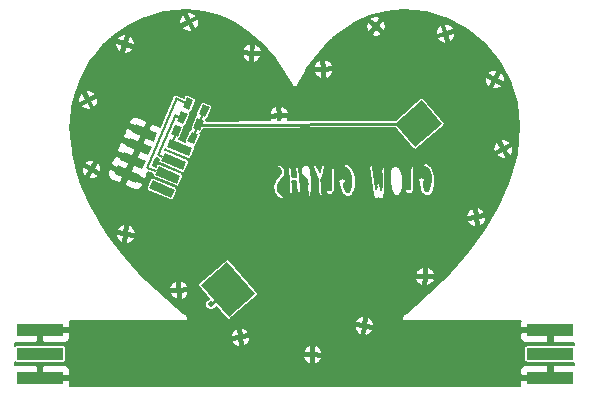
<source format=gbl>
G04 #@! TF.FileFunction,Copper,L2,Bot,Signal*
%FSLAX46Y46*%
G04 Gerber Fmt 4.6, Leading zero omitted, Abs format (unit mm)*
G04 Created by KiCad (PCBNEW 4.0.0-rc2-stable) date 3/3/2016 3:06:40 PM*
%MOMM*%
G01*
G04 APERTURE LIST*
%ADD10C,0.150000*%
%ADD11C,0.500000*%
%ADD12R,4.000000X1.000000*%
%ADD13C,0.600000*%
%ADD14C,0.254000*%
%ADD15C,0.152400*%
G04 APERTURE END LIST*
D10*
D11*
X66004779Y-46761546D03*
X60795348Y-42784478D03*
X56280685Y-38040013D03*
X53399636Y-32564814D03*
X53123389Y-26700698D03*
X56230175Y-21936508D03*
X61663142Y-20070070D03*
X66969923Y-22720015D03*
X73017163Y-24083972D03*
X77465424Y-20464169D03*
X83351568Y-21067059D03*
X87529348Y-24957062D03*
X88260723Y-30832561D03*
X85973930Y-36602709D03*
X81635565Y-41629893D03*
X76488666Y-45823331D03*
X72117646Y-48255764D03*
X69277434Y-28035051D03*
D12*
X92246380Y-50192207D03*
X92246380Y-48192207D03*
X92246380Y-46192207D03*
D13*
X91246380Y-50192207D03*
X91246380Y-48192207D03*
X91246380Y-46192207D03*
D12*
X49020840Y-46192207D03*
X49020840Y-48192207D03*
X49020840Y-50192207D03*
D13*
X50020840Y-46192207D03*
X50020840Y-48192207D03*
X50020840Y-50192207D03*
D10*
G36*
X83070516Y-28686241D02*
X80808209Y-30656513D01*
X79100640Y-28695847D01*
X81362947Y-26725575D01*
X83070516Y-28686241D01*
X83070516Y-28686241D01*
G37*
G36*
X67261108Y-43117895D02*
X64998802Y-45088167D01*
X62634476Y-42373399D01*
X64896782Y-40403127D01*
X67261108Y-43117895D01*
X67261108Y-43117895D01*
G37*
D11*
X63514998Y-43993486D03*
D10*
G36*
X57129777Y-28722384D02*
X58970077Y-29505516D01*
X58672487Y-30204830D01*
X56832187Y-29421698D01*
X57129777Y-28722384D01*
X57129777Y-28722384D01*
G37*
G36*
X56632488Y-29890975D02*
X58472788Y-30674107D01*
X58175198Y-31373421D01*
X56334898Y-30590289D01*
X56632488Y-29890975D01*
X56632488Y-29890975D01*
G37*
G36*
X56135199Y-31059565D02*
X57975499Y-31842697D01*
X57677909Y-32542011D01*
X55837609Y-31758879D01*
X56135199Y-31059565D01*
X56135199Y-31059565D01*
G37*
G36*
X55637909Y-32228155D02*
X57478209Y-33011287D01*
X57180619Y-33710601D01*
X55340319Y-32927469D01*
X55637909Y-32228155D01*
X55637909Y-32228155D01*
G37*
G36*
X60074257Y-29975397D02*
X61914557Y-30758529D01*
X61616967Y-31457843D01*
X59776667Y-30674711D01*
X60074257Y-29975397D01*
X60074257Y-29975397D01*
G37*
G36*
X59576967Y-31143987D02*
X61417267Y-31927119D01*
X61119677Y-32626433D01*
X59279377Y-31843301D01*
X59576967Y-31143987D01*
X59576967Y-31143987D01*
G37*
G36*
X59079678Y-32312577D02*
X60919978Y-33095709D01*
X60622388Y-33795023D01*
X58782088Y-33011891D01*
X59079678Y-32312577D01*
X59079678Y-32312577D01*
G37*
G36*
X58578474Y-33490369D02*
X60418773Y-34273502D01*
X60129014Y-34954413D01*
X58288715Y-34171280D01*
X58578474Y-33490369D01*
X58578474Y-33490369D01*
G37*
G36*
X61857798Y-29359600D02*
X62409888Y-29594539D01*
X62057478Y-30422674D01*
X61505388Y-30187735D01*
X61857798Y-29359600D01*
X61857798Y-29359600D01*
G37*
G36*
X60477574Y-28772251D02*
X61029664Y-29007190D01*
X60677254Y-29835325D01*
X60125164Y-29600386D01*
X60477574Y-28772251D01*
X60477574Y-28772251D01*
G37*
G36*
X60967032Y-27622063D02*
X61519122Y-27857002D01*
X61166712Y-28685137D01*
X60614622Y-28450198D01*
X60967032Y-27622063D01*
X60967032Y-27622063D01*
G37*
G36*
X62347256Y-28209413D02*
X62899346Y-28444352D01*
X62546936Y-29272487D01*
X61994846Y-29037548D01*
X62347256Y-28209413D01*
X62347256Y-28209413D01*
G37*
G36*
X62836714Y-27059225D02*
X63388804Y-27294164D01*
X63036394Y-28122299D01*
X62484304Y-27887360D01*
X62836714Y-27059225D01*
X62836714Y-27059225D01*
G37*
G36*
X61456490Y-26471876D02*
X62008580Y-26706815D01*
X61656170Y-27534950D01*
X61104080Y-27300011D01*
X61456490Y-26471876D01*
X61456490Y-26471876D01*
G37*
G36*
X60453093Y-29468239D02*
X60637123Y-29546552D01*
X60284713Y-30374687D01*
X60100683Y-30296374D01*
X60453093Y-29468239D01*
X60453093Y-29468239D01*
G37*
G36*
X60422767Y-27879504D02*
X60606797Y-27957817D01*
X59118845Y-31454386D01*
X58934815Y-31376073D01*
X60422767Y-27879504D01*
X60422767Y-27879504D01*
G37*
G36*
X60537314Y-26461096D02*
X60721344Y-26539410D01*
X58176162Y-32520384D01*
X57992132Y-32442070D01*
X60537314Y-26461096D01*
X60537314Y-26461096D01*
G37*
G36*
X60514782Y-27918661D02*
X60882842Y-28075287D01*
X60804528Y-28259317D01*
X60436468Y-28102691D01*
X60514782Y-27918661D01*
X60514782Y-27918661D01*
G37*
G36*
X59105143Y-31231200D02*
X59473203Y-31387826D01*
X59394889Y-31571856D01*
X59026829Y-31415230D01*
X59105143Y-31231200D01*
X59105143Y-31231200D01*
G37*
G36*
X58208468Y-32316775D02*
X58944588Y-32630029D01*
X58866274Y-32814059D01*
X58130154Y-32500805D01*
X58208468Y-32316775D01*
X58208468Y-32316775D01*
G37*
G36*
X60675337Y-26519831D02*
X61411457Y-26833085D01*
X61333143Y-27017115D01*
X60597023Y-26703861D01*
X60675337Y-26519831D01*
X60675337Y-26519831D01*
G37*
G36*
X62727069Y-27827651D02*
X62911099Y-27905964D01*
X62127967Y-29746263D01*
X61943937Y-29667950D01*
X62727069Y-27827651D01*
X62727069Y-27827651D01*
G37*
D14*
X64950000Y-42750000D02*
X63520000Y-43990000D01*
X64950000Y-42750000D02*
X63520000Y-43990000D01*
X64950000Y-42750000D02*
X63520000Y-43990000D01*
X64950000Y-42750000D02*
X63520000Y-43990000D01*
X64950000Y-42750000D02*
X63520000Y-43990000D01*
X64950000Y-42750000D02*
X63520000Y-43990000D01*
X64950000Y-42750000D02*
X63520000Y-43990000D01*
X64950000Y-42750000D02*
X63520000Y-43990000D01*
X64950000Y-42750000D02*
X63520000Y-43990000D01*
X81090000Y-28690000D02*
X62430000Y-28790000D01*
X81090000Y-28690000D02*
X62430000Y-28790000D01*
X81090000Y-28690000D02*
X62430000Y-28790000D01*
X81090000Y-28690000D02*
X62430000Y-28790000D01*
X81090000Y-28690000D02*
X62430000Y-28790000D01*
X81090000Y-28690000D02*
X62430000Y-28790000D01*
X81090000Y-28690000D02*
X62430000Y-28790000D01*
X81090000Y-28690000D02*
X62430000Y-28790000D01*
X81090000Y-28690000D02*
X62430000Y-28790000D01*
D15*
G36*
X81694605Y-19254477D02*
X83552244Y-19828304D01*
X85244029Y-20732534D01*
X86702115Y-21937885D01*
X87907466Y-23395971D01*
X88811796Y-25087943D01*
X89385522Y-26935534D01*
X89580201Y-28911528D01*
X89374576Y-31261528D01*
X88766443Y-33537123D01*
X87821650Y-35672750D01*
X86617308Y-37726054D01*
X85193994Y-39643572D01*
X83551396Y-41474178D01*
X80062985Y-44694250D01*
X79746135Y-44924686D01*
X79731246Y-44940808D01*
X79713000Y-44953000D01*
X79694713Y-44980368D01*
X79672385Y-45004546D01*
X79664800Y-45025136D01*
X79652607Y-45043384D01*
X79646186Y-45075666D01*
X79634809Y-45106549D01*
X79635681Y-45128478D01*
X79631400Y-45150000D01*
X79637820Y-45182277D01*
X79639128Y-45215167D01*
X79648326Y-45235094D01*
X79652607Y-45256616D01*
X79670892Y-45283981D01*
X79684686Y-45313865D01*
X79700808Y-45328754D01*
X79713000Y-45347000D01*
X79740368Y-45365287D01*
X79764546Y-45387615D01*
X79785136Y-45395200D01*
X79803384Y-45407393D01*
X79835666Y-45413814D01*
X79866549Y-45425191D01*
X79888478Y-45424319D01*
X79910000Y-45428600D01*
X89723236Y-45428600D01*
X89662180Y-45576002D01*
X89662180Y-45868357D01*
X89808230Y-46014407D01*
X90378460Y-46014407D01*
X90346968Y-46130540D01*
X90377762Y-46370007D01*
X89808230Y-46370007D01*
X89662180Y-46516057D01*
X89662180Y-46808412D01*
X89751119Y-47023130D01*
X89915458Y-47187468D01*
X90130176Y-47276407D01*
X91922530Y-47276407D01*
X92068580Y-47130357D01*
X92068580Y-46538605D01*
X92145792Y-46253874D01*
X92112426Y-45994407D01*
X92424180Y-45994407D01*
X92424180Y-46014407D01*
X92444180Y-46014407D01*
X92444180Y-46370007D01*
X92424180Y-46370007D01*
X92424180Y-47130357D01*
X92570230Y-47276407D01*
X94281400Y-47276407D01*
X94281400Y-47466221D01*
X94246380Y-47459129D01*
X90246380Y-47459129D01*
X90161666Y-47475069D01*
X90083862Y-47525135D01*
X90031665Y-47601527D01*
X90013302Y-47692207D01*
X90013302Y-48692207D01*
X90029242Y-48776921D01*
X90079308Y-48854725D01*
X90155700Y-48906922D01*
X90246380Y-48925285D01*
X94246380Y-48925285D01*
X94281400Y-48918696D01*
X94281400Y-49108007D01*
X92570230Y-49108007D01*
X92424180Y-49254057D01*
X92424180Y-50014407D01*
X92444180Y-50014407D01*
X92444180Y-50370007D01*
X92424180Y-50370007D01*
X92424180Y-50390007D01*
X92108876Y-50390007D01*
X92145792Y-50253874D01*
X92100927Y-49904990D01*
X92068580Y-49826897D01*
X92068580Y-49254057D01*
X91922530Y-49108007D01*
X90130176Y-49108007D01*
X89915458Y-49196946D01*
X89751119Y-49361284D01*
X89662180Y-49576002D01*
X89662180Y-49868357D01*
X89808230Y-50014407D01*
X90378460Y-50014407D01*
X90346968Y-50130540D01*
X90377762Y-50370007D01*
X89808230Y-50370007D01*
X89662180Y-50516057D01*
X89662180Y-50808412D01*
X89688270Y-50871400D01*
X51578950Y-50871400D01*
X51605040Y-50808412D01*
X51605040Y-50516057D01*
X51458990Y-50370007D01*
X50888760Y-50370007D01*
X50920252Y-50253874D01*
X50889458Y-50014407D01*
X51458990Y-50014407D01*
X51605040Y-49868357D01*
X51605040Y-49576002D01*
X51516101Y-49361284D01*
X51351762Y-49196946D01*
X51137044Y-49108007D01*
X49344690Y-49108007D01*
X49198640Y-49254057D01*
X49198640Y-49845809D01*
X49121428Y-50130540D01*
X49154794Y-50390007D01*
X48843040Y-50390007D01*
X48843040Y-50370007D01*
X48823040Y-50370007D01*
X48823040Y-50014407D01*
X48843040Y-50014407D01*
X48843040Y-49254057D01*
X48696990Y-49108007D01*
X46908600Y-49108007D01*
X46908600Y-48892191D01*
X46930160Y-48906922D01*
X47020840Y-48925285D01*
X51020840Y-48925285D01*
X51105554Y-48909345D01*
X51183358Y-48859279D01*
X51235555Y-48782887D01*
X51253918Y-48692207D01*
X51253918Y-48483720D01*
X71298219Y-48483720D01*
X71447829Y-48779950D01*
X71699413Y-48996376D01*
X71835742Y-49058232D01*
X71959876Y-48952851D01*
X72219529Y-48952851D01*
X72345602Y-49075191D01*
X72641832Y-48925581D01*
X72858258Y-48673997D01*
X72920114Y-48537668D01*
X72806422Y-48403743D01*
X72238421Y-48384850D01*
X72219529Y-48952851D01*
X71959876Y-48952851D01*
X71969667Y-48944540D01*
X71988560Y-48376539D01*
X71420559Y-48357647D01*
X71298219Y-48483720D01*
X51253918Y-48483720D01*
X51253918Y-48134989D01*
X72246732Y-48134989D01*
X72814733Y-48153881D01*
X72937073Y-48027808D01*
X72787463Y-47731578D01*
X72535879Y-47515152D01*
X72399550Y-47453296D01*
X72265625Y-47566988D01*
X72246732Y-48134989D01*
X51253918Y-48134989D01*
X51253918Y-47973860D01*
X71315178Y-47973860D01*
X71428870Y-48107785D01*
X71996871Y-48126678D01*
X72015763Y-47558677D01*
X71889690Y-47436337D01*
X71593460Y-47585947D01*
X71377034Y-47837531D01*
X71315178Y-47973860D01*
X51253918Y-47973860D01*
X51253918Y-47692207D01*
X51237978Y-47607493D01*
X51187912Y-47529689D01*
X51111520Y-47477492D01*
X51020840Y-47459129D01*
X47020840Y-47459129D01*
X46936126Y-47475069D01*
X46908600Y-47492782D01*
X46908600Y-47276407D01*
X48696990Y-47276407D01*
X48843040Y-47130357D01*
X48843040Y-46370007D01*
X48823040Y-46370007D01*
X48823040Y-46014407D01*
X48843040Y-46014407D01*
X48843040Y-45994407D01*
X49158344Y-45994407D01*
X49121428Y-46130540D01*
X49166293Y-46479424D01*
X49198640Y-46557517D01*
X49198640Y-47130357D01*
X49344690Y-47276407D01*
X51137044Y-47276407D01*
X51351762Y-47187468D01*
X51398121Y-47141109D01*
X65243624Y-47141109D01*
X65446816Y-47403499D01*
X65734954Y-47568155D01*
X65880555Y-47602969D01*
X65990426Y-47465893D01*
X65901004Y-46904657D01*
X65339768Y-46994079D01*
X65243624Y-47141109D01*
X51398121Y-47141109D01*
X51516101Y-47023130D01*
X51581467Y-46865321D01*
X66147890Y-46865321D01*
X66237312Y-47426557D01*
X66384342Y-47522701D01*
X66646732Y-47319509D01*
X66811388Y-47031371D01*
X66846202Y-46885770D01*
X66709126Y-46775899D01*
X66147890Y-46865321D01*
X51581467Y-46865321D01*
X51605040Y-46808412D01*
X51605040Y-46637322D01*
X65163356Y-46637322D01*
X65300432Y-46747193D01*
X65861668Y-46657771D01*
X65772246Y-46096535D01*
X65712091Y-46057199D01*
X66019132Y-46057199D01*
X66108554Y-46618435D01*
X66669790Y-46529013D01*
X66765934Y-46381983D01*
X66562742Y-46119593D01*
X66274604Y-45954937D01*
X66247834Y-45948536D01*
X75647388Y-45948536D01*
X75759340Y-46260949D01*
X75982326Y-46506737D01*
X76109990Y-46584928D01*
X76197343Y-46527661D01*
X76503840Y-46527661D01*
X76613871Y-46664609D01*
X76926284Y-46552657D01*
X77172072Y-46329671D01*
X77250263Y-46202007D01*
X77153947Y-46055089D01*
X76592608Y-45966321D01*
X76503840Y-46527661D01*
X76197343Y-46527661D01*
X76256908Y-46488612D01*
X76345676Y-45927273D01*
X75784336Y-45838505D01*
X75647388Y-45948536D01*
X66247834Y-45948536D01*
X66129003Y-45920123D01*
X66019132Y-46057199D01*
X65712091Y-46057199D01*
X65625216Y-46000391D01*
X65362826Y-46203583D01*
X65198170Y-46491721D01*
X65163356Y-46637322D01*
X51605040Y-46637322D01*
X51605040Y-46516057D01*
X51458990Y-46370007D01*
X50888760Y-46370007D01*
X50920252Y-46253874D01*
X50889458Y-46014407D01*
X51458990Y-46014407D01*
X51605040Y-45868357D01*
X51605040Y-45719389D01*
X76631656Y-45719389D01*
X77192996Y-45808157D01*
X77329944Y-45698126D01*
X77217992Y-45385713D01*
X76995006Y-45139925D01*
X76867342Y-45061734D01*
X76720424Y-45158050D01*
X76631656Y-45719389D01*
X51605040Y-45719389D01*
X51605040Y-45576002D01*
X51550635Y-45444655D01*
X75727069Y-45444655D01*
X75823385Y-45591573D01*
X76384724Y-45680341D01*
X76473492Y-45119001D01*
X76363461Y-44982053D01*
X76051048Y-45094005D01*
X75805260Y-45316991D01*
X75727069Y-45444655D01*
X51550635Y-45444655D01*
X51543984Y-45428600D01*
X61290000Y-45428600D01*
X61313443Y-45423937D01*
X61337336Y-45424549D01*
X61366240Y-45413435D01*
X61396616Y-45407393D01*
X61416490Y-45394114D01*
X61438798Y-45385536D01*
X61461250Y-45364206D01*
X61487000Y-45347000D01*
X61500280Y-45327126D01*
X61517607Y-45310664D01*
X61530186Y-45282368D01*
X61547393Y-45256616D01*
X61552056Y-45233171D01*
X61561765Y-45211332D01*
X61562558Y-45180375D01*
X61568600Y-45150000D01*
X61563937Y-45126557D01*
X61564549Y-45102664D01*
X61553435Y-45073760D01*
X61547393Y-45043384D01*
X61534114Y-45023510D01*
X61525536Y-45001202D01*
X61504206Y-44978750D01*
X61487000Y-44953000D01*
X61467126Y-44939720D01*
X61450664Y-44922393D01*
X61124765Y-44692346D01*
X59350851Y-43077884D01*
X59997014Y-43077884D01*
X60170065Y-43361060D01*
X60438310Y-43556455D01*
X60579191Y-43607096D01*
X60703493Y-43482957D01*
X60676440Y-42915287D01*
X60108769Y-42942340D01*
X59997014Y-43077884D01*
X59350851Y-43077884D01*
X59159119Y-42903386D01*
X60926157Y-42903386D01*
X60953210Y-43471057D01*
X61088754Y-43582812D01*
X61371930Y-43409761D01*
X61567325Y-43141516D01*
X61617966Y-43000635D01*
X61493827Y-42876333D01*
X60926157Y-42903386D01*
X59159119Y-42903386D01*
X58790960Y-42568321D01*
X59972730Y-42568321D01*
X60096869Y-42692623D01*
X60664539Y-42665570D01*
X60637486Y-42097899D01*
X60623053Y-42085999D01*
X60887203Y-42085999D01*
X60914256Y-42653669D01*
X61481927Y-42626616D01*
X61593682Y-42491072D01*
X61510005Y-42354145D01*
X62402195Y-42354145D01*
X62413004Y-42446032D01*
X62458711Y-42526475D01*
X63346122Y-43545418D01*
X63244247Y-43587512D01*
X63109498Y-43722027D01*
X63036482Y-43897869D01*
X63036315Y-44088268D01*
X63109024Y-44264237D01*
X63243539Y-44398986D01*
X63419381Y-44472002D01*
X63609780Y-44472169D01*
X63785749Y-44399460D01*
X63920498Y-44264945D01*
X63937373Y-44224305D01*
X64823037Y-45241243D01*
X64890694Y-45294657D01*
X64979548Y-45320448D01*
X65071435Y-45309639D01*
X65151878Y-45263932D01*
X67414184Y-43293660D01*
X67467598Y-43226003D01*
X67493389Y-43137149D01*
X67482580Y-43045262D01*
X67436873Y-42964819D01*
X66467236Y-41851461D01*
X80814388Y-41851461D01*
X80961686Y-42148847D01*
X81211578Y-42367226D01*
X81347421Y-42430142D01*
X81469953Y-42327752D01*
X81732016Y-42327752D01*
X81857133Y-42451070D01*
X82154519Y-42303772D01*
X82372898Y-42053880D01*
X82435814Y-41918037D01*
X82323168Y-41783231D01*
X81755332Y-41759916D01*
X81732016Y-42327752D01*
X81469953Y-42327752D01*
X81482227Y-42317496D01*
X81505542Y-41749660D01*
X80937706Y-41726344D01*
X80814388Y-41851461D01*
X66467236Y-41851461D01*
X66169964Y-41510126D01*
X81765588Y-41510126D01*
X82333424Y-41533442D01*
X82456742Y-41408325D01*
X82309444Y-41110939D01*
X82059552Y-40892560D01*
X81923709Y-40829644D01*
X81788903Y-40942290D01*
X81765588Y-41510126D01*
X66169964Y-41510126D01*
X66023322Y-41341749D01*
X80835316Y-41341749D01*
X80947962Y-41476555D01*
X81515798Y-41499870D01*
X81539114Y-40932034D01*
X81413997Y-40808716D01*
X81116611Y-40956014D01*
X80898232Y-41205906D01*
X80835316Y-41341749D01*
X66023322Y-41341749D01*
X65072547Y-40250051D01*
X65004890Y-40196637D01*
X64916036Y-40170846D01*
X64824149Y-40181655D01*
X64743706Y-40227362D01*
X62481400Y-42197634D01*
X62427986Y-42265291D01*
X62402195Y-42354145D01*
X61510005Y-42354145D01*
X61420631Y-42207896D01*
X61152386Y-42012501D01*
X61011505Y-41961860D01*
X60887203Y-42085999D01*
X60623053Y-42085999D01*
X60501942Y-41986144D01*
X60218766Y-42159195D01*
X60023371Y-42427440D01*
X59972730Y-42568321D01*
X58790960Y-42568321D01*
X57589194Y-41474580D01*
X55987313Y-39645270D01*
X54900869Y-38171354D01*
X55440343Y-38171354D01*
X55554572Y-38482941D01*
X55779346Y-38727096D01*
X55907577Y-38804353D01*
X55997869Y-38744213D01*
X56300998Y-38744213D01*
X56412026Y-38880355D01*
X56723613Y-38766126D01*
X56967768Y-38541352D01*
X57045025Y-38413121D01*
X56947640Y-38266910D01*
X56385667Y-38182241D01*
X56300998Y-38744213D01*
X55997869Y-38744213D01*
X56053788Y-38706968D01*
X56138457Y-38144995D01*
X55576485Y-38060326D01*
X55440343Y-38171354D01*
X54900869Y-38171354D01*
X54726672Y-37935031D01*
X56422913Y-37935031D01*
X56984885Y-38019700D01*
X57121027Y-37908672D01*
X57006798Y-37597085D01*
X56782024Y-37352930D01*
X56653793Y-37275673D01*
X56507582Y-37373058D01*
X56422913Y-37935031D01*
X54726672Y-37935031D01*
X54572924Y-37726450D01*
X54537999Y-37666905D01*
X55516345Y-37666905D01*
X55613730Y-37813116D01*
X56175703Y-37897785D01*
X56260372Y-37335813D01*
X56149344Y-37199671D01*
X55837757Y-37313900D01*
X55593602Y-37538674D01*
X55516345Y-37666905D01*
X54537999Y-37666905D01*
X54130997Y-36972999D01*
X85208221Y-36972999D01*
X85408211Y-37237837D01*
X85694327Y-37405981D01*
X85839495Y-37442561D01*
X85951023Y-37306830D01*
X85868425Y-36744549D01*
X85306144Y-36827147D01*
X85208221Y-36972999D01*
X54130997Y-36972999D01*
X53975691Y-36708214D01*
X86115770Y-36708214D01*
X86198368Y-37270495D01*
X86344220Y-37368418D01*
X86609058Y-37168428D01*
X86777202Y-36882312D01*
X86813782Y-36737144D01*
X86678051Y-36625616D01*
X86115770Y-36708214D01*
X53975691Y-36708214D01*
X53834956Y-36468274D01*
X85134078Y-36468274D01*
X85269809Y-36579802D01*
X85832090Y-36497204D01*
X85749492Y-35934923D01*
X85695373Y-35898588D01*
X85996837Y-35898588D01*
X86079435Y-36460869D01*
X86641716Y-36378271D01*
X86739639Y-36232419D01*
X86539649Y-35967581D01*
X86253533Y-35799437D01*
X86108365Y-35762857D01*
X85996837Y-35898588D01*
X85695373Y-35898588D01*
X85603640Y-35837000D01*
X85338802Y-36036990D01*
X85170658Y-36323106D01*
X85134078Y-36468274D01*
X53834956Y-36468274D01*
X53368352Y-35672753D01*
X52536234Y-33791819D01*
X56252507Y-33791819D01*
X56329706Y-33983395D01*
X56844940Y-34202651D01*
X57058791Y-34293654D01*
X57291189Y-34295894D01*
X57506755Y-34209028D01*
X57552449Y-34164205D01*
X58055744Y-34164205D01*
X58071347Y-34255401D01*
X58121200Y-34333342D01*
X58197449Y-34385747D01*
X60037748Y-35168880D01*
X60121940Y-35187384D01*
X60213136Y-35171781D01*
X60291076Y-35121928D01*
X60343481Y-35045678D01*
X60633240Y-34364767D01*
X60651744Y-34280577D01*
X60636141Y-34189381D01*
X60586288Y-34111440D01*
X60510039Y-34059035D01*
X58669740Y-33275902D01*
X58585548Y-33257398D01*
X58494352Y-33273001D01*
X58416412Y-33322854D01*
X58364007Y-33399104D01*
X58074248Y-34080015D01*
X58055744Y-34164205D01*
X57552449Y-34164205D01*
X57672668Y-34046280D01*
X57740157Y-33887688D01*
X57662957Y-33696112D01*
X56503246Y-33202601D01*
X56252507Y-33791819D01*
X52536234Y-33791819D01*
X52423554Y-33537117D01*
X52341004Y-33228217D01*
X53162557Y-33228217D01*
X53216495Y-33395407D01*
X53548290Y-33402267D01*
X53857454Y-33281632D01*
X53976041Y-33190259D01*
X53942718Y-33038040D01*
X54755026Y-33038040D01*
X54841894Y-33253605D01*
X55004641Y-33419519D01*
X55218492Y-33510522D01*
X55733725Y-33729778D01*
X55925301Y-33652578D01*
X56176041Y-33063360D01*
X55734341Y-32875396D01*
X56642487Y-32875396D01*
X57802198Y-33368907D01*
X57993774Y-33291707D01*
X58061263Y-33133115D01*
X58062710Y-32982892D01*
X58169958Y-32877690D01*
X58208381Y-32787399D01*
X58563672Y-32938593D01*
X58549117Y-33004817D01*
X58564720Y-33096013D01*
X58614573Y-33173953D01*
X58690823Y-33226358D01*
X60531123Y-34009490D01*
X60615314Y-34027994D01*
X60706510Y-34012391D01*
X60741516Y-33990000D01*
X68793800Y-33990000D01*
X68793800Y-34160000D01*
X68793969Y-34165069D01*
X68803969Y-34315069D01*
X68806622Y-34330546D01*
X68876622Y-34580546D01*
X68885210Y-34600108D01*
X69015210Y-34810108D01*
X69027594Y-34825318D01*
X69217594Y-35005318D01*
X69233874Y-35017092D01*
X69363874Y-35087092D01*
X69400000Y-35096200D01*
X69540000Y-35096200D01*
X69554944Y-35094720D01*
X69604944Y-35084720D01*
X69623133Y-35078620D01*
X69647219Y-35060323D01*
X69662290Y-35034097D01*
X69682290Y-34974097D01*
X69685434Y-34939224D01*
X69675434Y-34869224D01*
X69663178Y-34837397D01*
X69641626Y-34816174D01*
X69420966Y-34672265D01*
X69217650Y-34431982D01*
X69164842Y-34273560D01*
X69156200Y-34195779D01*
X69156200Y-34064221D01*
X69173897Y-33904944D01*
X69462136Y-33424547D01*
X69738103Y-33099300D01*
X69754174Y-33067453D01*
X69794174Y-32897453D01*
X69796114Y-32876376D01*
X69786114Y-32666376D01*
X69781922Y-32644827D01*
X69718353Y-32463199D01*
X70033867Y-32463199D01*
X70083820Y-33652086D01*
X70093800Y-34420528D01*
X70093800Y-34530000D01*
X70095280Y-34544944D01*
X70105280Y-34594944D01*
X70117388Y-34623430D01*
X70139217Y-34644368D01*
X70167473Y-34655163D01*
X70227473Y-34665163D01*
X70240000Y-34666200D01*
X70310000Y-34666200D01*
X70322527Y-34665163D01*
X70382527Y-34655163D01*
X70413430Y-34642612D01*
X70434368Y-34620783D01*
X70445163Y-34592527D01*
X70455163Y-34532527D01*
X70456031Y-34514931D01*
X70416145Y-33916641D01*
X70408100Y-33546556D01*
X70560549Y-33565612D01*
X70573624Y-33566114D01*
X70708835Y-33559675D01*
X70733962Y-33944959D01*
X70734536Y-33950565D01*
X70804536Y-34450565D01*
X70812999Y-34476295D01*
X70832398Y-34499502D01*
X70882398Y-34539502D01*
X70900354Y-34550197D01*
X70930000Y-34556200D01*
X71000000Y-34556200D01*
X71024097Y-34552290D01*
X71084097Y-34532290D01*
X71105947Y-34520789D01*
X71125977Y-34498124D01*
X71135612Y-34469451D01*
X71145612Y-34389451D01*
X71145914Y-34373399D01*
X71025914Y-32993399D01*
X71025509Y-32989761D01*
X70993019Y-32750144D01*
X71104440Y-32750144D01*
X71105491Y-32775966D01*
X71135491Y-32915966D01*
X71154161Y-32951850D01*
X71414161Y-33231850D01*
X71435922Y-33248155D01*
X71638357Y-33349373D01*
X71674178Y-33707582D01*
X71678652Y-33726756D01*
X71701478Y-33787626D01*
X71674837Y-33947473D01*
X71673806Y-33960929D01*
X71683806Y-34780929D01*
X71684837Y-34792527D01*
X71694837Y-34852527D01*
X71707388Y-34883430D01*
X71729217Y-34904368D01*
X71757473Y-34915163D01*
X71817473Y-34925163D01*
X71830000Y-34926200D01*
X71930000Y-34926200D01*
X71954630Y-34922110D01*
X71980745Y-34906846D01*
X71998863Y-34882625D01*
X72006130Y-34853263D01*
X72036019Y-34155848D01*
X72065734Y-33888415D01*
X72064852Y-33865729D01*
X72053402Y-33837732D01*
X72047141Y-33828340D01*
X72054230Y-33820999D01*
X72065121Y-33792780D01*
X72064174Y-33762547D01*
X72026200Y-33601158D01*
X72026200Y-33090000D01*
X72024720Y-33075056D01*
X72016200Y-33032456D01*
X72016200Y-32990000D01*
X72010989Y-32962305D01*
X71994621Y-32936868D01*
X71979109Y-32926269D01*
X71990323Y-32916558D01*
X72003684Y-32889421D01*
X72005434Y-32859224D01*
X71965434Y-32579224D01*
X71953402Y-32547732D01*
X71793402Y-32307732D01*
X71772544Y-32288824D01*
X72123809Y-32288824D01*
X72129354Y-32318559D01*
X72318337Y-32786044D01*
X72534836Y-33455220D01*
X72553891Y-33674363D01*
X72573829Y-34392116D01*
X72574732Y-34401884D01*
X72634732Y-34781884D01*
X72639011Y-34797695D01*
X72655379Y-34823132D01*
X72680354Y-34840197D01*
X72710000Y-34846200D01*
X72820000Y-34846200D01*
X72862268Y-34833402D01*
X72922268Y-34793402D01*
X72938047Y-34779366D01*
X72952680Y-34752893D01*
X72955860Y-34722813D01*
X72934665Y-34499087D01*
X73224344Y-34499087D01*
X73233840Y-34527806D01*
X73273840Y-34597806D01*
X73305922Y-34628155D01*
X73505922Y-34728155D01*
X73548903Y-34735678D01*
X73718903Y-34715678D01*
X73738673Y-34710599D01*
X73763882Y-34693882D01*
X73953882Y-34503882D01*
X73968444Y-34483494D01*
X73976083Y-34454227D01*
X73986055Y-34274724D01*
X74016015Y-33845303D01*
X74016200Y-33840000D01*
X74016200Y-33534073D01*
X74294031Y-33534073D01*
X74297710Y-33564097D01*
X74365948Y-33768810D01*
X74474972Y-34383311D01*
X74481845Y-34404078D01*
X74581845Y-34604078D01*
X74604938Y-34631448D01*
X74904938Y-34851448D01*
X74942023Y-34865781D01*
X75132023Y-34885781D01*
X75146328Y-34885937D01*
X75266328Y-34875937D01*
X75282164Y-34872905D01*
X75308782Y-34858538D01*
X75488782Y-34708538D01*
X75507682Y-34685008D01*
X75657682Y-34395008D01*
X75664509Y-34375966D01*
X75754509Y-33955966D01*
X75755434Y-33950776D01*
X75795434Y-33670776D01*
X75796200Y-33660000D01*
X75796200Y-33630000D01*
X75795434Y-33619224D01*
X75745434Y-33269224D01*
X75744083Y-33262165D01*
X75614083Y-32722165D01*
X75605820Y-32701605D01*
X75399633Y-32348140D01*
X76914236Y-32348140D01*
X77044236Y-33558140D01*
X77044623Y-33561167D01*
X77204623Y-34641167D01*
X77206485Y-34650050D01*
X77296485Y-34980050D01*
X77304165Y-34998370D01*
X77324280Y-35020960D01*
X77364280Y-35050960D01*
X77395056Y-35064720D01*
X77490399Y-35083789D01*
X77515903Y-35092290D01*
X77544794Y-35096049D01*
X77574004Y-35088192D01*
X77597855Y-35069590D01*
X77701042Y-34949205D01*
X77739961Y-35040017D01*
X77764214Y-35070910D01*
X77791519Y-35083925D01*
X77831519Y-35093925D01*
X77850000Y-35096200D01*
X77920000Y-35096200D01*
X77948300Y-35090750D01*
X77998300Y-35070750D01*
X78013016Y-35062897D01*
X78034098Y-35041206D01*
X78124098Y-34901206D01*
X78134782Y-34874631D01*
X78224782Y-34414631D01*
X78226078Y-34404306D01*
X78256078Y-33874306D01*
X78256197Y-33869326D01*
X78246747Y-32801385D01*
X78653813Y-32801385D01*
X78657478Y-33002932D01*
X78663800Y-33350670D01*
X78663800Y-33630000D01*
X78664413Y-33639649D01*
X78724413Y-34109649D01*
X78727126Y-34122267D01*
X78837126Y-34482267D01*
X78847447Y-34503515D01*
X79007447Y-34733515D01*
X79026302Y-34752425D01*
X79126302Y-34822425D01*
X79140354Y-34830197D01*
X79170000Y-34836200D01*
X79270000Y-34836200D01*
X79279451Y-34835612D01*
X79359451Y-34825612D01*
X79399221Y-34808170D01*
X79529221Y-34698170D01*
X79548155Y-34674078D01*
X79598155Y-34574078D01*
X79606176Y-34538099D01*
X79599435Y-34508612D01*
X79589258Y-34494488D01*
X79618298Y-34485876D01*
X79640910Y-34465786D01*
X79653925Y-34438481D01*
X79661273Y-34409087D01*
X79934344Y-34409087D01*
X79943840Y-34437806D01*
X79983840Y-34507806D01*
X80015922Y-34538155D01*
X80215922Y-34638155D01*
X80258415Y-34645734D01*
X80438415Y-34625734D01*
X80460570Y-34619799D01*
X80485318Y-34602406D01*
X80665318Y-34412406D01*
X80676252Y-34397645D01*
X80685678Y-34368903D01*
X80705678Y-34198903D01*
X80706121Y-34193460D01*
X80726121Y-33753460D01*
X80726200Y-33750000D01*
X80726200Y-33457286D01*
X81003848Y-33457286D01*
X81008792Y-33487127D01*
X81086269Y-33690504D01*
X81195010Y-34293523D01*
X81201202Y-34312761D01*
X81301202Y-34522761D01*
X81323946Y-34550708D01*
X81613946Y-34770708D01*
X81656195Y-34786105D01*
X81856195Y-34796105D01*
X81866899Y-34795887D01*
X81976899Y-34785887D01*
X82015202Y-34771345D01*
X82205202Y-34631345D01*
X82228622Y-34603128D01*
X82368622Y-34313128D01*
X82374219Y-34297260D01*
X82474219Y-33867260D01*
X82475734Y-33858415D01*
X82505734Y-33588415D01*
X82506200Y-33580000D01*
X82506200Y-33540000D01*
X82505678Y-33531097D01*
X82465678Y-33191097D01*
X82463761Y-33180877D01*
X82323761Y-32640877D01*
X82316611Y-32622994D01*
X82116611Y-32262994D01*
X82092268Y-32236598D01*
X81822268Y-32056598D01*
X81784753Y-32043948D01*
X81624753Y-32033948D01*
X81605056Y-32035280D01*
X81555056Y-32045280D01*
X81523035Y-32059994D01*
X81503389Y-32082994D01*
X81453389Y-32172994D01*
X81444770Y-32197879D01*
X81445981Y-32228103D01*
X81458856Y-32255474D01*
X81481365Y-32275679D01*
X81808202Y-32467936D01*
X81941337Y-32645450D01*
X82094588Y-33124360D01*
X82113800Y-33412534D01*
X82113800Y-33545889D01*
X82074804Y-33906604D01*
X81989118Y-34249347D01*
X81915529Y-34363819D01*
X81898893Y-34373800D01*
X81747913Y-34373800D01*
X81654377Y-34294654D01*
X81515708Y-33924870D01*
X81506200Y-33658652D01*
X81506200Y-33619923D01*
X81615839Y-33501850D01*
X81630197Y-33479646D01*
X81636200Y-33450000D01*
X81636200Y-33420000D01*
X81634720Y-33405056D01*
X81624720Y-33355056D01*
X81610006Y-33323035D01*
X81587006Y-33303389D01*
X81497006Y-33253389D01*
X81460000Y-33243800D01*
X81210000Y-33243800D01*
X81169090Y-33255713D01*
X81059090Y-33325713D01*
X81040649Y-33342210D01*
X81026732Y-33369066D01*
X81006732Y-33439066D01*
X81003848Y-33457286D01*
X80726200Y-33457286D01*
X80726200Y-33260000D01*
X80726194Y-33259082D01*
X80716194Y-32429082D01*
X80712290Y-32405903D01*
X80692290Y-32345903D01*
X80683980Y-32328612D01*
X80662837Y-32306981D01*
X80634944Y-32295280D01*
X80584944Y-32285280D01*
X80570000Y-32283800D01*
X80530000Y-32283800D01*
X80511599Y-32286055D01*
X80484280Y-32299040D01*
X80444280Y-32329040D01*
X80425420Y-32349555D01*
X80414772Y-32377866D01*
X80364772Y-32687866D01*
X80363800Y-32700000D01*
X80363800Y-32980000D01*
X80363804Y-32980762D01*
X80373768Y-33977114D01*
X80350052Y-34253800D01*
X80324747Y-34253800D01*
X80089451Y-34224388D01*
X80067795Y-34224784D01*
X80039494Y-34235458D01*
X80017575Y-34256302D01*
X79947575Y-34356302D01*
X79936769Y-34378937D01*
X79934344Y-34409087D01*
X79661273Y-34409087D01*
X79733925Y-34118481D01*
X79735947Y-34106200D01*
X79775947Y-33616200D01*
X79776131Y-33606760D01*
X79756131Y-33136760D01*
X79753550Y-33120080D01*
X79623550Y-32640080D01*
X79612959Y-32617074D01*
X79462959Y-32397074D01*
X79442268Y-32376598D01*
X79352268Y-32316598D01*
X79310000Y-32303800D01*
X79070000Y-32303800D01*
X79047271Y-32307269D01*
X78887271Y-32357269D01*
X78850774Y-32382055D01*
X78680774Y-32592055D01*
X78671789Y-32606033D01*
X78663948Y-32635247D01*
X78653948Y-32795247D01*
X78653813Y-32801385D01*
X78246747Y-32801385D01*
X78246197Y-32739326D01*
X78245707Y-32731348D01*
X78205707Y-32381348D01*
X78200989Y-32362305D01*
X78184621Y-32336868D01*
X78159646Y-32319803D01*
X78130000Y-32313800D01*
X78030000Y-32313800D01*
X78008845Y-32316795D01*
X77982031Y-32330793D01*
X77962776Y-32354120D01*
X77954113Y-32383101D01*
X77944762Y-32485961D01*
X77926732Y-32549066D01*
X77923922Y-32574306D01*
X77953859Y-33103190D01*
X77963800Y-33461072D01*
X77963800Y-33529131D01*
X77953900Y-33954832D01*
X77917932Y-34274046D01*
X77915840Y-34252601D01*
X77914720Y-34245056D01*
X77824720Y-33795056D01*
X77811537Y-33765060D01*
X77789205Y-33744659D01*
X77739205Y-33714659D01*
X77700000Y-33703800D01*
X77670000Y-33703800D01*
X77645903Y-33707710D01*
X77585903Y-33727710D01*
X77556606Y-33745636D01*
X77539662Y-33770692D01*
X77489662Y-33890692D01*
X77484709Y-33908264D01*
X77486075Y-33938481D01*
X77496075Y-33978481D01*
X77501845Y-33994078D01*
X77521427Y-34033242D01*
X77497851Y-34213991D01*
X77435835Y-33582552D01*
X77435471Y-33579484D01*
X77265471Y-32359484D01*
X77255341Y-32330795D01*
X77195341Y-32230795D01*
X77184621Y-32216868D01*
X77159646Y-32199803D01*
X77130000Y-32193800D01*
X77060000Y-32193800D01*
X77035903Y-32197710D01*
X76975903Y-32217710D01*
X76958612Y-32226020D01*
X76936981Y-32247163D01*
X76925280Y-32275056D01*
X76915280Y-32325056D01*
X76914236Y-32348140D01*
X75399633Y-32348140D01*
X75395820Y-32341605D01*
X75373374Y-32317349D01*
X75113374Y-32137349D01*
X75074753Y-32123948D01*
X74914753Y-32113948D01*
X74885903Y-32117710D01*
X74825903Y-32137710D01*
X74803035Y-32149994D01*
X74783389Y-32172994D01*
X74733389Y-32262994D01*
X74724624Y-32288826D01*
X74726215Y-32319032D01*
X74739433Y-32346239D01*
X74762194Y-32366160D01*
X75097368Y-32557688D01*
X75221350Y-32734805D01*
X75384233Y-33213873D01*
X75393800Y-33491321D01*
X75393800Y-33626992D01*
X75364614Y-33996684D01*
X75269461Y-34339233D01*
X75204851Y-34444226D01*
X75188893Y-34453800D01*
X75027913Y-34453800D01*
X74934816Y-34375026D01*
X74805727Y-34015421D01*
X74796200Y-33748652D01*
X74796200Y-33709923D01*
X74905839Y-33591850D01*
X74920197Y-33569646D01*
X74926200Y-33540000D01*
X74926200Y-33500000D01*
X74920750Y-33471700D01*
X74900750Y-33421700D01*
X74892344Y-33406186D01*
X74870386Y-33385383D01*
X74790386Y-33335383D01*
X74750000Y-33323800D01*
X74570000Y-33323800D01*
X74560549Y-33324388D01*
X74480549Y-33334388D01*
X74446302Y-33347575D01*
X74346302Y-33417575D01*
X74332781Y-33429677D01*
X74317710Y-33455903D01*
X74297710Y-33515903D01*
X74294031Y-33534073D01*
X74016200Y-33534073D01*
X74016200Y-33340000D01*
X74016194Y-33339082D01*
X74006194Y-32509082D01*
X74000750Y-32481700D01*
X73980750Y-32431700D01*
X73963596Y-32405834D01*
X73938300Y-32389250D01*
X73888300Y-32369250D01*
X73871736Y-32364709D01*
X73841519Y-32366075D01*
X73801519Y-32376075D01*
X73791700Y-32379250D01*
X73741700Y-32399250D01*
X73724295Y-32409029D01*
X73704174Y-32431615D01*
X73694427Y-32460249D01*
X73654427Y-32770249D01*
X73653800Y-32780000D01*
X73653800Y-33070000D01*
X73653804Y-33070762D01*
X73663767Y-34067024D01*
X73640228Y-34333800D01*
X73614554Y-34333800D01*
X73369079Y-34304343D01*
X73339511Y-34306606D01*
X73312571Y-34320360D01*
X73293104Y-34343511D01*
X73233104Y-34453511D01*
X73226769Y-34468937D01*
X73224344Y-34499087D01*
X72934665Y-34499087D01*
X72865943Y-33773689D01*
X72838485Y-33389279D01*
X72863882Y-33363882D01*
X72882559Y-33333274D01*
X73052559Y-32803274D01*
X73054420Y-32796372D01*
X73164420Y-32296372D01*
X73166200Y-32280000D01*
X73166200Y-32210000D01*
X73155470Y-32171011D01*
X73135143Y-32148611D01*
X73107702Y-32135885D01*
X73077473Y-32134837D01*
X73017473Y-32144837D01*
X72995922Y-32151845D01*
X72935922Y-32181845D01*
X72914682Y-32197594D01*
X72898652Y-32223244D01*
X72748652Y-32623244D01*
X72746580Y-32629606D01*
X72695433Y-32813734D01*
X72621019Y-32622382D01*
X72619137Y-32617961D01*
X72429137Y-32207961D01*
X72408782Y-32181462D01*
X72348782Y-32131462D01*
X72330981Y-32120383D01*
X72301455Y-32113814D01*
X72271700Y-32119250D01*
X72221700Y-32139250D01*
X72206186Y-32147656D01*
X72185383Y-32169614D01*
X72135383Y-32249614D01*
X72123809Y-32288824D01*
X71772544Y-32288824D01*
X71765859Y-32282765D01*
X71615859Y-32202765D01*
X71580000Y-32193800D01*
X71420000Y-32193800D01*
X71404032Y-32195492D01*
X71376302Y-32207575D01*
X71276302Y-32277575D01*
X71254055Y-32301821D01*
X71144055Y-32491821D01*
X71134440Y-32520144D01*
X71120805Y-32624675D01*
X71104440Y-32750144D01*
X70993019Y-32750144D01*
X70945509Y-32399761D01*
X70941134Y-32382680D01*
X70924901Y-32357157D01*
X70900017Y-32339961D01*
X70830017Y-32309961D01*
X70800000Y-32303800D01*
X70770000Y-32303800D01*
X70729982Y-32315154D01*
X70707906Y-32335832D01*
X70695615Y-32363470D01*
X70655615Y-32543470D01*
X70653828Y-32562059D01*
X70663828Y-32932059D01*
X70664293Y-32938652D01*
X70694596Y-33203800D01*
X70532367Y-33203800D01*
X70415444Y-33164826D01*
X70404175Y-33150739D01*
X70385976Y-32914156D01*
X70385560Y-32910144D01*
X70325560Y-32450144D01*
X70320989Y-32432305D01*
X70304621Y-32406868D01*
X70279646Y-32389803D01*
X70250000Y-32383800D01*
X70110000Y-32383800D01*
X70079349Y-32390236D01*
X70054622Y-32407658D01*
X70038621Y-32433327D01*
X70033867Y-32463199D01*
X69718353Y-32463199D01*
X69711922Y-32444827D01*
X69695065Y-32417329D01*
X69475065Y-32187329D01*
X69453967Y-32171789D01*
X69424753Y-32163948D01*
X69264753Y-32153948D01*
X69260000Y-32153800D01*
X69220000Y-32153800D01*
X69185922Y-32161845D01*
X69145922Y-32181845D01*
X69119040Y-32204280D01*
X69059040Y-32284280D01*
X69049803Y-32300354D01*
X69043800Y-32330000D01*
X69043800Y-32400000D01*
X69049011Y-32427695D01*
X69065379Y-32453132D01*
X69090354Y-32470197D01*
X69120000Y-32476200D01*
X69272799Y-32476200D01*
X69353726Y-32542414D01*
X69456753Y-32688368D01*
X69463123Y-32739328D01*
X69447043Y-32851885D01*
X69190518Y-33231922D01*
X68945073Y-33487185D01*
X68928753Y-33512975D01*
X68818753Y-33802975D01*
X68814388Y-33820549D01*
X68794388Y-33980549D01*
X68793800Y-33990000D01*
X60741516Y-33990000D01*
X60784450Y-33962538D01*
X60836855Y-33886288D01*
X61134445Y-33186974D01*
X61152949Y-33102783D01*
X61137346Y-33011587D01*
X61087493Y-32933647D01*
X61011243Y-32881242D01*
X59170943Y-32098110D01*
X59086752Y-32079606D01*
X58995556Y-32095209D01*
X58917616Y-32145062D01*
X58865211Y-32221312D01*
X58821387Y-32324296D01*
X58560208Y-32213152D01*
X58829320Y-31580760D01*
X58843550Y-31590540D01*
X58935560Y-31629695D01*
X58935564Y-31629697D01*
X59089157Y-31695058D01*
X59064910Y-31752036D01*
X59046406Y-31836227D01*
X59062009Y-31927423D01*
X59111862Y-32005363D01*
X59188112Y-32057768D01*
X61028412Y-32840900D01*
X61112603Y-32859404D01*
X61203799Y-32843801D01*
X61281739Y-32793948D01*
X61334144Y-32717698D01*
X61631734Y-32018384D01*
X61650238Y-31934193D01*
X61634635Y-31842997D01*
X61584782Y-31765057D01*
X61508532Y-31712652D01*
X59668232Y-30929520D01*
X59601725Y-30914903D01*
X59629130Y-30850503D01*
X59685402Y-30889178D01*
X61525702Y-31672310D01*
X61609893Y-31690814D01*
X61701089Y-31675211D01*
X61779029Y-31625358D01*
X61831434Y-31549108D01*
X61870195Y-31458021D01*
X87684333Y-31458021D01*
X87967561Y-31630986D01*
X88295421Y-31682397D01*
X88443884Y-31663149D01*
X88497819Y-31495959D01*
X88214633Y-31003224D01*
X87721898Y-31286409D01*
X87684333Y-31458021D01*
X61870195Y-31458021D01*
X62129024Y-30849794D01*
X62147528Y-30765603D01*
X62131925Y-30674407D01*
X62113067Y-30644924D01*
X62141599Y-30640042D01*
X62219540Y-30590189D01*
X62271945Y-30513940D01*
X62624355Y-29685805D01*
X62642859Y-29601613D01*
X62627256Y-29510417D01*
X62615776Y-29492469D01*
X62631057Y-29489855D01*
X62708998Y-29440002D01*
X62761403Y-29363753D01*
X62855205Y-29143327D01*
X79105431Y-29056241D01*
X80632444Y-30809589D01*
X80700101Y-30863003D01*
X80788955Y-30888794D01*
X80880842Y-30877985D01*
X80899719Y-30867259D01*
X87410887Y-30867259D01*
X87430135Y-31015722D01*
X87597325Y-31069657D01*
X87929669Y-30878651D01*
X88431386Y-30878651D01*
X88714571Y-31371386D01*
X88886183Y-31408951D01*
X89059148Y-31125723D01*
X89110559Y-30797863D01*
X89091311Y-30649400D01*
X88924121Y-30595465D01*
X88431386Y-30878651D01*
X87929669Y-30878651D01*
X88090060Y-30786471D01*
X87806875Y-30293736D01*
X87635263Y-30256171D01*
X87462298Y-30539399D01*
X87410887Y-30867259D01*
X80899719Y-30867259D01*
X80961285Y-30832278D01*
X81722687Y-30169163D01*
X88023627Y-30169163D01*
X88306813Y-30661898D01*
X88799548Y-30378713D01*
X88837113Y-30207101D01*
X88553885Y-30034136D01*
X88226025Y-29982725D01*
X88077562Y-30001973D01*
X88023627Y-30169163D01*
X81722687Y-30169163D01*
X83223592Y-28862006D01*
X83277006Y-28794349D01*
X83302797Y-28705495D01*
X83291988Y-28613608D01*
X83246281Y-28533165D01*
X81538712Y-26572499D01*
X81471055Y-26519085D01*
X81382201Y-26493294D01*
X81290314Y-26504103D01*
X81209871Y-26549810D01*
X79148829Y-28344798D01*
X70047369Y-28393573D01*
X70095369Y-28268302D01*
X69973848Y-28141440D01*
X69644106Y-28150273D01*
X69543025Y-28049192D01*
X69436379Y-28155838D01*
X69405737Y-28156659D01*
X69406515Y-28185702D01*
X69291575Y-28300642D01*
X69388039Y-28397106D01*
X69165637Y-28398298D01*
X69263293Y-28300642D01*
X69156647Y-28193996D01*
X69155826Y-28163354D01*
X69126783Y-28164132D01*
X69011843Y-28049192D01*
X68890576Y-28170459D01*
X68587715Y-28178572D01*
X68473159Y-28311759D01*
X68525597Y-28401728D01*
X63128762Y-28430650D01*
X63116714Y-28360230D01*
X63105234Y-28342282D01*
X63120515Y-28339667D01*
X63198456Y-28289814D01*
X63250861Y-28213565D01*
X63426086Y-27801800D01*
X68459499Y-27801800D01*
X68581020Y-27928662D01*
X69149131Y-27913443D01*
X69133913Y-27345332D01*
X69126130Y-27338637D01*
X69383823Y-27338637D01*
X69399042Y-27906748D01*
X69967153Y-27891530D01*
X70081709Y-27758343D01*
X69914596Y-27471624D01*
X69650480Y-27270681D01*
X69510685Y-27217116D01*
X69383823Y-27338637D01*
X69126130Y-27338637D01*
X69000726Y-27230776D01*
X68714007Y-27397889D01*
X68513064Y-27662005D01*
X68459499Y-27801800D01*
X63426086Y-27801800D01*
X63603271Y-27385430D01*
X63621775Y-27301238D01*
X63606172Y-27210042D01*
X63556318Y-27132101D01*
X63480069Y-27079697D01*
X62927979Y-26844758D01*
X62843788Y-26826254D01*
X62752593Y-26841857D01*
X62674652Y-26891710D01*
X62622247Y-26967959D01*
X62269837Y-27796094D01*
X62251333Y-27880286D01*
X62266936Y-27971482D01*
X62278416Y-27989430D01*
X62263135Y-27992045D01*
X62185194Y-28041898D01*
X62132789Y-28118147D01*
X61780379Y-28946282D01*
X61761875Y-29030474D01*
X61777478Y-29121670D01*
X61788958Y-29139618D01*
X61773677Y-29142232D01*
X61695736Y-29192085D01*
X61643331Y-29268334D01*
X61290921Y-30096469D01*
X61272417Y-30180661D01*
X61281884Y-30235993D01*
X60797238Y-30029754D01*
X60839316Y-30002840D01*
X60891721Y-29926591D01*
X61244131Y-29098456D01*
X61262635Y-29014264D01*
X61247032Y-28923068D01*
X61235552Y-28905120D01*
X61250833Y-28902505D01*
X61328774Y-28852652D01*
X61381179Y-28776403D01*
X61733589Y-27948268D01*
X61752093Y-27864076D01*
X61736490Y-27772880D01*
X61725010Y-27754932D01*
X61740291Y-27752318D01*
X61818232Y-27702465D01*
X61870637Y-27626216D01*
X62223047Y-26798081D01*
X62241551Y-26713889D01*
X62225948Y-26622693D01*
X62176094Y-26544752D01*
X62099845Y-26492348D01*
X61547755Y-26257409D01*
X61463564Y-26238905D01*
X61372369Y-26254508D01*
X61294428Y-26304361D01*
X61242023Y-26380610D01*
X61196241Y-26488195D01*
X60766603Y-26305364D01*
X60766595Y-26305362D01*
X60628580Y-26246630D01*
X60544388Y-26228125D01*
X60453192Y-26243728D01*
X60375252Y-26293581D01*
X60322847Y-26369830D01*
X59214400Y-28974591D01*
X59091904Y-28922463D01*
X58576671Y-28703207D01*
X58385095Y-28780407D01*
X58134355Y-29369625D01*
X58152758Y-29377456D01*
X58013517Y-29704661D01*
X57995114Y-29696830D01*
X57757089Y-30256171D01*
X57637066Y-30538216D01*
X57655469Y-30546047D01*
X57516228Y-30873252D01*
X57497825Y-30865421D01*
X57302694Y-31323964D01*
X57139777Y-31706806D01*
X57158180Y-31714637D01*
X57018939Y-32041842D01*
X57000536Y-32034011D01*
X56893228Y-32286178D01*
X56893227Y-32286178D01*
X56642487Y-32875396D01*
X55734341Y-32875396D01*
X55016330Y-32569849D01*
X54824754Y-32647049D01*
X54757265Y-32805641D01*
X54755026Y-33038040D01*
X53942718Y-33038040D01*
X53938472Y-33018649D01*
X53445730Y-32735475D01*
X53162557Y-33228217D01*
X52341004Y-33228217D01*
X52203442Y-32713468D01*
X52562183Y-32713468D01*
X52682818Y-33022632D01*
X52774191Y-33141219D01*
X52945801Y-33103650D01*
X53228975Y-32610908D01*
X53068562Y-32518720D01*
X53570297Y-32518720D01*
X54063039Y-32801893D01*
X54230229Y-32747955D01*
X54237089Y-32416160D01*
X54116454Y-32106996D01*
X54073361Y-32051068D01*
X55078371Y-32051068D01*
X55155571Y-32242644D01*
X56315282Y-32736155D01*
X56422591Y-32483988D01*
X56673331Y-31894770D01*
X55513620Y-31401259D01*
X55322044Y-31478459D01*
X55254555Y-31637051D01*
X55253108Y-31787274D01*
X55145860Y-31892476D01*
X55078371Y-32051068D01*
X54073361Y-32051068D01*
X54025081Y-31988409D01*
X53853471Y-32025978D01*
X53570297Y-32518720D01*
X53068562Y-32518720D01*
X52736233Y-32327735D01*
X52569043Y-32381673D01*
X52562183Y-32713468D01*
X52203442Y-32713468D01*
X51996571Y-31939369D01*
X52823231Y-31939369D01*
X52860800Y-32110979D01*
X53353542Y-32394153D01*
X53636715Y-31901411D01*
X53582777Y-31734221D01*
X53250982Y-31727361D01*
X52941818Y-31847996D01*
X52823231Y-31939369D01*
X51996571Y-31939369D01*
X51815424Y-31261528D01*
X51782258Y-30882478D01*
X55575661Y-30882478D01*
X55652861Y-31074054D01*
X56812572Y-31567565D01*
X57063311Y-30978347D01*
X57170620Y-30726180D01*
X56010909Y-30232669D01*
X55819333Y-30309869D01*
X55751844Y-30468461D01*
X55750397Y-30618685D01*
X55643150Y-30723886D01*
X55575661Y-30882478D01*
X51782258Y-30882478D01*
X51680006Y-29713888D01*
X56072950Y-29713888D01*
X56150150Y-29905464D01*
X57309861Y-30398975D01*
X57560600Y-29809757D01*
X57667909Y-29557589D01*
X56508198Y-29064078D01*
X56316622Y-29141278D01*
X56249133Y-29299870D01*
X56247686Y-29450095D01*
X56140439Y-29555296D01*
X56072950Y-29713888D01*
X51680006Y-29713888D01*
X51609804Y-28911592D01*
X51646070Y-28545297D01*
X56570239Y-28545297D01*
X56647439Y-28736873D01*
X57807150Y-29230384D01*
X58057889Y-28641166D01*
X57980690Y-28449590D01*
X57465456Y-28230334D01*
X57251605Y-28139331D01*
X57019207Y-28137091D01*
X56803641Y-28223957D01*
X56637728Y-28386705D01*
X56570239Y-28545297D01*
X51646070Y-28545297D01*
X51768856Y-27305159D01*
X52525015Y-27305159D01*
X52801881Y-27488135D01*
X53127693Y-27551231D01*
X53276750Y-27537301D01*
X53336624Y-27372145D01*
X53071229Y-26869604D01*
X52568688Y-27135000D01*
X52525015Y-27305159D01*
X51768856Y-27305159D01*
X51804477Y-26945395D01*
X51878734Y-26705002D01*
X52272856Y-26705002D01*
X52286786Y-26854059D01*
X52451942Y-26913933D01*
X52756946Y-26752858D01*
X53292295Y-26752858D01*
X53557691Y-27255399D01*
X53727850Y-27299072D01*
X53910826Y-27022206D01*
X53973922Y-26696394D01*
X53959992Y-26547337D01*
X53794836Y-26487463D01*
X53292295Y-26752858D01*
X52756946Y-26752858D01*
X52954483Y-26648538D01*
X52689087Y-26145997D01*
X52518928Y-26102324D01*
X52335952Y-26379190D01*
X52272856Y-26705002D01*
X51878734Y-26705002D01*
X52087474Y-26029251D01*
X52910154Y-26029251D01*
X53175549Y-26531792D01*
X53678090Y-26266396D01*
X53721763Y-26096237D01*
X53444897Y-25913261D01*
X53119085Y-25850165D01*
X52970028Y-25864095D01*
X52910154Y-26029251D01*
X52087474Y-26029251D01*
X52211230Y-25628617D01*
X87316452Y-25628617D01*
X87376410Y-25793743D01*
X87708236Y-25788581D01*
X88012827Y-25656828D01*
X88128027Y-25561221D01*
X88084268Y-25391083D01*
X87581593Y-25125942D01*
X87316452Y-25628617D01*
X52211230Y-25628617D01*
X52378119Y-25088355D01*
X53292399Y-23395963D01*
X53678070Y-22925632D01*
X66144607Y-22925632D01*
X66286117Y-23225816D01*
X66531730Y-23448995D01*
X66666329Y-23514531D01*
X66784500Y-23419612D01*
X67052836Y-23419612D01*
X67175540Y-23545331D01*
X67475724Y-23403821D01*
X67698903Y-23158208D01*
X67764439Y-23023609D01*
X67654426Y-22886646D01*
X67087148Y-22852334D01*
X67052836Y-23419612D01*
X66784500Y-23419612D01*
X66803292Y-23404518D01*
X66837604Y-22837240D01*
X66270326Y-22802928D01*
X66144607Y-22925632D01*
X53678070Y-22925632D01*
X54479295Y-21948530D01*
X55379716Y-21948530D01*
X55449054Y-22273072D01*
X55637311Y-22546374D01*
X55753422Y-22640874D01*
X55762383Y-22636582D01*
X56151390Y-22636582D01*
X56242197Y-22786967D01*
X56566739Y-22717629D01*
X56733456Y-22602790D01*
X67102242Y-22602790D01*
X67669520Y-22637102D01*
X67795239Y-22514398D01*
X67653729Y-22214214D01*
X67408116Y-21991035D01*
X67273517Y-21925499D01*
X67136554Y-22035512D01*
X67102242Y-22602790D01*
X56733456Y-22602790D01*
X56840041Y-22529372D01*
X56931969Y-22416421D01*
X66175407Y-22416421D01*
X66285420Y-22553384D01*
X66852698Y-22587696D01*
X66887010Y-22020418D01*
X66764306Y-21894699D01*
X66464122Y-22036209D01*
X66240943Y-22281822D01*
X66175407Y-22416421D01*
X56931969Y-22416421D01*
X56934541Y-22413261D01*
X56858655Y-22254822D01*
X56314142Y-22092070D01*
X56151390Y-22636582D01*
X55762383Y-22636582D01*
X55911861Y-22564988D01*
X56074613Y-22020475D01*
X55530101Y-21857723D01*
X55379716Y-21948530D01*
X54479295Y-21948530D01*
X54488024Y-21937885D01*
X54591950Y-21852541D01*
X56385737Y-21852541D01*
X56930249Y-22015293D01*
X57080634Y-21924486D01*
X57011296Y-21599944D01*
X56823039Y-21326642D01*
X56706928Y-21232142D01*
X56548489Y-21308028D01*
X56385737Y-21852541D01*
X54591950Y-21852541D01*
X55070262Y-21459755D01*
X55525809Y-21459755D01*
X55601695Y-21618194D01*
X56146208Y-21780946D01*
X56308960Y-21236434D01*
X56218153Y-21086049D01*
X55893611Y-21155387D01*
X55620309Y-21343644D01*
X55525809Y-21459755D01*
X55070262Y-21459755D01*
X55955827Y-20732536D01*
X56047576Y-20683214D01*
X61073668Y-20683214D01*
X61353179Y-20862123D01*
X61679879Y-20920449D01*
X61828716Y-20904342D01*
X61886170Y-20738328D01*
X61613457Y-20239721D01*
X61114849Y-20512434D01*
X61073668Y-20683214D01*
X56047576Y-20683214D01*
X57157021Y-20086807D01*
X60812763Y-20086807D01*
X60828870Y-20235644D01*
X60994884Y-20293098D01*
X61311810Y-20119755D01*
X61832793Y-20119755D01*
X62105506Y-20618363D01*
X62276286Y-20659544D01*
X62455195Y-20380033D01*
X62513521Y-20053333D01*
X62497414Y-19904496D01*
X62331400Y-19847042D01*
X61832793Y-20119755D01*
X61311810Y-20119755D01*
X61493491Y-20020385D01*
X61220778Y-19521777D01*
X61049998Y-19480596D01*
X60871089Y-19760107D01*
X60812763Y-20086807D01*
X57157021Y-20086807D01*
X57638082Y-19828202D01*
X59018429Y-19401812D01*
X61440114Y-19401812D01*
X61712827Y-19900419D01*
X62211435Y-19627706D01*
X62252616Y-19456926D01*
X61973105Y-19278017D01*
X61646405Y-19219691D01*
X61497568Y-19235798D01*
X61440114Y-19401812D01*
X59018429Y-19401812D01*
X59495395Y-19254477D01*
X61460700Y-19059893D01*
X62898128Y-19194953D01*
X64282151Y-19591770D01*
X65572122Y-20193110D01*
X66751169Y-20992134D01*
X67854979Y-21929885D01*
X68827402Y-23018998D01*
X70385430Y-25450316D01*
X70396477Y-25461795D01*
X70403931Y-25475876D01*
X70433864Y-25500643D01*
X70460809Y-25528641D01*
X70475412Y-25535020D01*
X70487684Y-25545174D01*
X70524814Y-25556600D01*
X70560424Y-25572156D01*
X70576353Y-25572461D01*
X70591580Y-25577147D01*
X70630261Y-25573494D01*
X70669108Y-25574238D01*
X70683942Y-25568424D01*
X70699803Y-25566926D01*
X70734143Y-25548748D01*
X70770316Y-25534570D01*
X70781795Y-25523523D01*
X70795876Y-25516069D01*
X70820643Y-25486136D01*
X70848641Y-25459191D01*
X70855020Y-25444588D01*
X70865174Y-25432316D01*
X71426372Y-24392449D01*
X72224530Y-24392449D01*
X72402914Y-24672295D01*
X72674813Y-24862574D01*
X72816627Y-24910537D01*
X72938556Y-24784066D01*
X72900754Y-24217010D01*
X72333698Y-24254811D01*
X72224530Y-24392449D01*
X71426372Y-24392449D01*
X71530027Y-24200381D01*
X73150201Y-24200381D01*
X73188002Y-24767437D01*
X73325640Y-24876605D01*
X73439347Y-24804124D01*
X86692667Y-24804124D01*
X86697829Y-25135950D01*
X86829582Y-25440541D01*
X86925189Y-25555741D01*
X87095327Y-25511982D01*
X87360468Y-25009307D01*
X87162368Y-24904817D01*
X87698228Y-24904817D01*
X88200903Y-25169958D01*
X88366029Y-25110000D01*
X88360867Y-24778174D01*
X88229114Y-24473583D01*
X88133507Y-24358383D01*
X87963369Y-24402142D01*
X87698228Y-24904817D01*
X87162368Y-24904817D01*
X86857793Y-24744166D01*
X86692667Y-24804124D01*
X73439347Y-24804124D01*
X73605486Y-24698221D01*
X73795765Y-24426322D01*
X73820596Y-24352903D01*
X86930669Y-24352903D01*
X86974428Y-24523041D01*
X87477103Y-24788182D01*
X87742244Y-24285507D01*
X87682286Y-24120381D01*
X87350460Y-24125543D01*
X87045869Y-24257296D01*
X86930669Y-24352903D01*
X73820596Y-24352903D01*
X73843728Y-24284508D01*
X73717257Y-24162579D01*
X73150201Y-24200381D01*
X71530027Y-24200381D01*
X71536869Y-24187705D01*
X71754203Y-23883436D01*
X72190598Y-23883436D01*
X72317069Y-24005365D01*
X72884125Y-23967563D01*
X72846324Y-23400507D01*
X72825359Y-23383878D01*
X73095770Y-23383878D01*
X73133572Y-23950934D01*
X73700628Y-23913133D01*
X73809796Y-23775495D01*
X73631412Y-23495649D01*
X73359513Y-23305370D01*
X73217699Y-23257407D01*
X73095770Y-23383878D01*
X72825359Y-23383878D01*
X72708686Y-23291339D01*
X72428840Y-23469723D01*
X72238561Y-23741622D01*
X72190598Y-23883436D01*
X71754203Y-23883436D01*
X72368718Y-23023116D01*
X73327322Y-21927570D01*
X73767037Y-21543818D01*
X82647206Y-21543818D01*
X82883270Y-21777075D01*
X83190629Y-21902237D01*
X83339552Y-21917518D01*
X83430359Y-21767132D01*
X83267602Y-21222621D01*
X82723091Y-21385378D01*
X82647206Y-21543818D01*
X73767037Y-21543818D01*
X74301514Y-21077365D01*
X77118580Y-21077365D01*
X77143187Y-21251308D01*
X77468941Y-21314706D01*
X77794159Y-21248616D01*
X77926604Y-21178828D01*
X77925381Y-21151025D01*
X83507130Y-21151025D01*
X83669887Y-21695536D01*
X83828327Y-21771421D01*
X84061584Y-21535357D01*
X84186746Y-21227998D01*
X84202027Y-21079075D01*
X84051641Y-20988268D01*
X83507130Y-21151025D01*
X77925381Y-21151025D01*
X77921157Y-21055043D01*
X82501109Y-21055043D01*
X82651495Y-21145850D01*
X83196006Y-20983093D01*
X83033249Y-20438582D01*
X82883764Y-20366986D01*
X83272777Y-20366986D01*
X83435534Y-20911497D01*
X83980045Y-20748740D01*
X84055930Y-20590300D01*
X83819866Y-20357043D01*
X83512507Y-20231881D01*
X83363584Y-20216600D01*
X83272777Y-20366986D01*
X82883764Y-20366986D01*
X82874809Y-20362697D01*
X82641552Y-20598761D01*
X82516390Y-20906120D01*
X82501109Y-21055043D01*
X77921157Y-21055043D01*
X77918881Y-21003324D01*
X77481709Y-20640194D01*
X77118580Y-21077365D01*
X74301514Y-21077365D01*
X74398790Y-20992470D01*
X75198766Y-20467686D01*
X76614887Y-20467686D01*
X76680977Y-20792904D01*
X76750765Y-20925349D01*
X76926269Y-20917626D01*
X77289399Y-20480454D01*
X77250188Y-20447884D01*
X77641449Y-20447884D01*
X78078620Y-20811013D01*
X78252563Y-20786406D01*
X78315961Y-20460652D01*
X78249871Y-20135434D01*
X78180083Y-20002989D01*
X78004579Y-20010712D01*
X77641449Y-20447884D01*
X77250188Y-20447884D01*
X76852228Y-20117325D01*
X76678285Y-20141932D01*
X76614887Y-20467686D01*
X75198766Y-20467686D01*
X75615637Y-20194219D01*
X76576781Y-19749510D01*
X77004244Y-19749510D01*
X77011967Y-19925014D01*
X77449139Y-20288144D01*
X77812268Y-19850973D01*
X77787661Y-19677030D01*
X77461907Y-19613632D01*
X77136689Y-19679722D01*
X77004244Y-19749510D01*
X76576781Y-19749510D01*
X76917703Y-19591770D01*
X78292129Y-19194929D01*
X79729301Y-19059893D01*
X81694605Y-19254477D01*
X81694605Y-19254477D01*
G37*
X81694605Y-19254477D02*
X83552244Y-19828304D01*
X85244029Y-20732534D01*
X86702115Y-21937885D01*
X87907466Y-23395971D01*
X88811796Y-25087943D01*
X89385522Y-26935534D01*
X89580201Y-28911528D01*
X89374576Y-31261528D01*
X88766443Y-33537123D01*
X87821650Y-35672750D01*
X86617308Y-37726054D01*
X85193994Y-39643572D01*
X83551396Y-41474178D01*
X80062985Y-44694250D01*
X79746135Y-44924686D01*
X79731246Y-44940808D01*
X79713000Y-44953000D01*
X79694713Y-44980368D01*
X79672385Y-45004546D01*
X79664800Y-45025136D01*
X79652607Y-45043384D01*
X79646186Y-45075666D01*
X79634809Y-45106549D01*
X79635681Y-45128478D01*
X79631400Y-45150000D01*
X79637820Y-45182277D01*
X79639128Y-45215167D01*
X79648326Y-45235094D01*
X79652607Y-45256616D01*
X79670892Y-45283981D01*
X79684686Y-45313865D01*
X79700808Y-45328754D01*
X79713000Y-45347000D01*
X79740368Y-45365287D01*
X79764546Y-45387615D01*
X79785136Y-45395200D01*
X79803384Y-45407393D01*
X79835666Y-45413814D01*
X79866549Y-45425191D01*
X79888478Y-45424319D01*
X79910000Y-45428600D01*
X89723236Y-45428600D01*
X89662180Y-45576002D01*
X89662180Y-45868357D01*
X89808230Y-46014407D01*
X90378460Y-46014407D01*
X90346968Y-46130540D01*
X90377762Y-46370007D01*
X89808230Y-46370007D01*
X89662180Y-46516057D01*
X89662180Y-46808412D01*
X89751119Y-47023130D01*
X89915458Y-47187468D01*
X90130176Y-47276407D01*
X91922530Y-47276407D01*
X92068580Y-47130357D01*
X92068580Y-46538605D01*
X92145792Y-46253874D01*
X92112426Y-45994407D01*
X92424180Y-45994407D01*
X92424180Y-46014407D01*
X92444180Y-46014407D01*
X92444180Y-46370007D01*
X92424180Y-46370007D01*
X92424180Y-47130357D01*
X92570230Y-47276407D01*
X94281400Y-47276407D01*
X94281400Y-47466221D01*
X94246380Y-47459129D01*
X90246380Y-47459129D01*
X90161666Y-47475069D01*
X90083862Y-47525135D01*
X90031665Y-47601527D01*
X90013302Y-47692207D01*
X90013302Y-48692207D01*
X90029242Y-48776921D01*
X90079308Y-48854725D01*
X90155700Y-48906922D01*
X90246380Y-48925285D01*
X94246380Y-48925285D01*
X94281400Y-48918696D01*
X94281400Y-49108007D01*
X92570230Y-49108007D01*
X92424180Y-49254057D01*
X92424180Y-50014407D01*
X92444180Y-50014407D01*
X92444180Y-50370007D01*
X92424180Y-50370007D01*
X92424180Y-50390007D01*
X92108876Y-50390007D01*
X92145792Y-50253874D01*
X92100927Y-49904990D01*
X92068580Y-49826897D01*
X92068580Y-49254057D01*
X91922530Y-49108007D01*
X90130176Y-49108007D01*
X89915458Y-49196946D01*
X89751119Y-49361284D01*
X89662180Y-49576002D01*
X89662180Y-49868357D01*
X89808230Y-50014407D01*
X90378460Y-50014407D01*
X90346968Y-50130540D01*
X90377762Y-50370007D01*
X89808230Y-50370007D01*
X89662180Y-50516057D01*
X89662180Y-50808412D01*
X89688270Y-50871400D01*
X51578950Y-50871400D01*
X51605040Y-50808412D01*
X51605040Y-50516057D01*
X51458990Y-50370007D01*
X50888760Y-50370007D01*
X50920252Y-50253874D01*
X50889458Y-50014407D01*
X51458990Y-50014407D01*
X51605040Y-49868357D01*
X51605040Y-49576002D01*
X51516101Y-49361284D01*
X51351762Y-49196946D01*
X51137044Y-49108007D01*
X49344690Y-49108007D01*
X49198640Y-49254057D01*
X49198640Y-49845809D01*
X49121428Y-50130540D01*
X49154794Y-50390007D01*
X48843040Y-50390007D01*
X48843040Y-50370007D01*
X48823040Y-50370007D01*
X48823040Y-50014407D01*
X48843040Y-50014407D01*
X48843040Y-49254057D01*
X48696990Y-49108007D01*
X46908600Y-49108007D01*
X46908600Y-48892191D01*
X46930160Y-48906922D01*
X47020840Y-48925285D01*
X51020840Y-48925285D01*
X51105554Y-48909345D01*
X51183358Y-48859279D01*
X51235555Y-48782887D01*
X51253918Y-48692207D01*
X51253918Y-48483720D01*
X71298219Y-48483720D01*
X71447829Y-48779950D01*
X71699413Y-48996376D01*
X71835742Y-49058232D01*
X71959876Y-48952851D01*
X72219529Y-48952851D01*
X72345602Y-49075191D01*
X72641832Y-48925581D01*
X72858258Y-48673997D01*
X72920114Y-48537668D01*
X72806422Y-48403743D01*
X72238421Y-48384850D01*
X72219529Y-48952851D01*
X71959876Y-48952851D01*
X71969667Y-48944540D01*
X71988560Y-48376539D01*
X71420559Y-48357647D01*
X71298219Y-48483720D01*
X51253918Y-48483720D01*
X51253918Y-48134989D01*
X72246732Y-48134989D01*
X72814733Y-48153881D01*
X72937073Y-48027808D01*
X72787463Y-47731578D01*
X72535879Y-47515152D01*
X72399550Y-47453296D01*
X72265625Y-47566988D01*
X72246732Y-48134989D01*
X51253918Y-48134989D01*
X51253918Y-47973860D01*
X71315178Y-47973860D01*
X71428870Y-48107785D01*
X71996871Y-48126678D01*
X72015763Y-47558677D01*
X71889690Y-47436337D01*
X71593460Y-47585947D01*
X71377034Y-47837531D01*
X71315178Y-47973860D01*
X51253918Y-47973860D01*
X51253918Y-47692207D01*
X51237978Y-47607493D01*
X51187912Y-47529689D01*
X51111520Y-47477492D01*
X51020840Y-47459129D01*
X47020840Y-47459129D01*
X46936126Y-47475069D01*
X46908600Y-47492782D01*
X46908600Y-47276407D01*
X48696990Y-47276407D01*
X48843040Y-47130357D01*
X48843040Y-46370007D01*
X48823040Y-46370007D01*
X48823040Y-46014407D01*
X48843040Y-46014407D01*
X48843040Y-45994407D01*
X49158344Y-45994407D01*
X49121428Y-46130540D01*
X49166293Y-46479424D01*
X49198640Y-46557517D01*
X49198640Y-47130357D01*
X49344690Y-47276407D01*
X51137044Y-47276407D01*
X51351762Y-47187468D01*
X51398121Y-47141109D01*
X65243624Y-47141109D01*
X65446816Y-47403499D01*
X65734954Y-47568155D01*
X65880555Y-47602969D01*
X65990426Y-47465893D01*
X65901004Y-46904657D01*
X65339768Y-46994079D01*
X65243624Y-47141109D01*
X51398121Y-47141109D01*
X51516101Y-47023130D01*
X51581467Y-46865321D01*
X66147890Y-46865321D01*
X66237312Y-47426557D01*
X66384342Y-47522701D01*
X66646732Y-47319509D01*
X66811388Y-47031371D01*
X66846202Y-46885770D01*
X66709126Y-46775899D01*
X66147890Y-46865321D01*
X51581467Y-46865321D01*
X51605040Y-46808412D01*
X51605040Y-46637322D01*
X65163356Y-46637322D01*
X65300432Y-46747193D01*
X65861668Y-46657771D01*
X65772246Y-46096535D01*
X65712091Y-46057199D01*
X66019132Y-46057199D01*
X66108554Y-46618435D01*
X66669790Y-46529013D01*
X66765934Y-46381983D01*
X66562742Y-46119593D01*
X66274604Y-45954937D01*
X66247834Y-45948536D01*
X75647388Y-45948536D01*
X75759340Y-46260949D01*
X75982326Y-46506737D01*
X76109990Y-46584928D01*
X76197343Y-46527661D01*
X76503840Y-46527661D01*
X76613871Y-46664609D01*
X76926284Y-46552657D01*
X77172072Y-46329671D01*
X77250263Y-46202007D01*
X77153947Y-46055089D01*
X76592608Y-45966321D01*
X76503840Y-46527661D01*
X76197343Y-46527661D01*
X76256908Y-46488612D01*
X76345676Y-45927273D01*
X75784336Y-45838505D01*
X75647388Y-45948536D01*
X66247834Y-45948536D01*
X66129003Y-45920123D01*
X66019132Y-46057199D01*
X65712091Y-46057199D01*
X65625216Y-46000391D01*
X65362826Y-46203583D01*
X65198170Y-46491721D01*
X65163356Y-46637322D01*
X51605040Y-46637322D01*
X51605040Y-46516057D01*
X51458990Y-46370007D01*
X50888760Y-46370007D01*
X50920252Y-46253874D01*
X50889458Y-46014407D01*
X51458990Y-46014407D01*
X51605040Y-45868357D01*
X51605040Y-45719389D01*
X76631656Y-45719389D01*
X77192996Y-45808157D01*
X77329944Y-45698126D01*
X77217992Y-45385713D01*
X76995006Y-45139925D01*
X76867342Y-45061734D01*
X76720424Y-45158050D01*
X76631656Y-45719389D01*
X51605040Y-45719389D01*
X51605040Y-45576002D01*
X51550635Y-45444655D01*
X75727069Y-45444655D01*
X75823385Y-45591573D01*
X76384724Y-45680341D01*
X76473492Y-45119001D01*
X76363461Y-44982053D01*
X76051048Y-45094005D01*
X75805260Y-45316991D01*
X75727069Y-45444655D01*
X51550635Y-45444655D01*
X51543984Y-45428600D01*
X61290000Y-45428600D01*
X61313443Y-45423937D01*
X61337336Y-45424549D01*
X61366240Y-45413435D01*
X61396616Y-45407393D01*
X61416490Y-45394114D01*
X61438798Y-45385536D01*
X61461250Y-45364206D01*
X61487000Y-45347000D01*
X61500280Y-45327126D01*
X61517607Y-45310664D01*
X61530186Y-45282368D01*
X61547393Y-45256616D01*
X61552056Y-45233171D01*
X61561765Y-45211332D01*
X61562558Y-45180375D01*
X61568600Y-45150000D01*
X61563937Y-45126557D01*
X61564549Y-45102664D01*
X61553435Y-45073760D01*
X61547393Y-45043384D01*
X61534114Y-45023510D01*
X61525536Y-45001202D01*
X61504206Y-44978750D01*
X61487000Y-44953000D01*
X61467126Y-44939720D01*
X61450664Y-44922393D01*
X61124765Y-44692346D01*
X59350851Y-43077884D01*
X59997014Y-43077884D01*
X60170065Y-43361060D01*
X60438310Y-43556455D01*
X60579191Y-43607096D01*
X60703493Y-43482957D01*
X60676440Y-42915287D01*
X60108769Y-42942340D01*
X59997014Y-43077884D01*
X59350851Y-43077884D01*
X59159119Y-42903386D01*
X60926157Y-42903386D01*
X60953210Y-43471057D01*
X61088754Y-43582812D01*
X61371930Y-43409761D01*
X61567325Y-43141516D01*
X61617966Y-43000635D01*
X61493827Y-42876333D01*
X60926157Y-42903386D01*
X59159119Y-42903386D01*
X58790960Y-42568321D01*
X59972730Y-42568321D01*
X60096869Y-42692623D01*
X60664539Y-42665570D01*
X60637486Y-42097899D01*
X60623053Y-42085999D01*
X60887203Y-42085999D01*
X60914256Y-42653669D01*
X61481927Y-42626616D01*
X61593682Y-42491072D01*
X61510005Y-42354145D01*
X62402195Y-42354145D01*
X62413004Y-42446032D01*
X62458711Y-42526475D01*
X63346122Y-43545418D01*
X63244247Y-43587512D01*
X63109498Y-43722027D01*
X63036482Y-43897869D01*
X63036315Y-44088268D01*
X63109024Y-44264237D01*
X63243539Y-44398986D01*
X63419381Y-44472002D01*
X63609780Y-44472169D01*
X63785749Y-44399460D01*
X63920498Y-44264945D01*
X63937373Y-44224305D01*
X64823037Y-45241243D01*
X64890694Y-45294657D01*
X64979548Y-45320448D01*
X65071435Y-45309639D01*
X65151878Y-45263932D01*
X67414184Y-43293660D01*
X67467598Y-43226003D01*
X67493389Y-43137149D01*
X67482580Y-43045262D01*
X67436873Y-42964819D01*
X66467236Y-41851461D01*
X80814388Y-41851461D01*
X80961686Y-42148847D01*
X81211578Y-42367226D01*
X81347421Y-42430142D01*
X81469953Y-42327752D01*
X81732016Y-42327752D01*
X81857133Y-42451070D01*
X82154519Y-42303772D01*
X82372898Y-42053880D01*
X82435814Y-41918037D01*
X82323168Y-41783231D01*
X81755332Y-41759916D01*
X81732016Y-42327752D01*
X81469953Y-42327752D01*
X81482227Y-42317496D01*
X81505542Y-41749660D01*
X80937706Y-41726344D01*
X80814388Y-41851461D01*
X66467236Y-41851461D01*
X66169964Y-41510126D01*
X81765588Y-41510126D01*
X82333424Y-41533442D01*
X82456742Y-41408325D01*
X82309444Y-41110939D01*
X82059552Y-40892560D01*
X81923709Y-40829644D01*
X81788903Y-40942290D01*
X81765588Y-41510126D01*
X66169964Y-41510126D01*
X66023322Y-41341749D01*
X80835316Y-41341749D01*
X80947962Y-41476555D01*
X81515798Y-41499870D01*
X81539114Y-40932034D01*
X81413997Y-40808716D01*
X81116611Y-40956014D01*
X80898232Y-41205906D01*
X80835316Y-41341749D01*
X66023322Y-41341749D01*
X65072547Y-40250051D01*
X65004890Y-40196637D01*
X64916036Y-40170846D01*
X64824149Y-40181655D01*
X64743706Y-40227362D01*
X62481400Y-42197634D01*
X62427986Y-42265291D01*
X62402195Y-42354145D01*
X61510005Y-42354145D01*
X61420631Y-42207896D01*
X61152386Y-42012501D01*
X61011505Y-41961860D01*
X60887203Y-42085999D01*
X60623053Y-42085999D01*
X60501942Y-41986144D01*
X60218766Y-42159195D01*
X60023371Y-42427440D01*
X59972730Y-42568321D01*
X58790960Y-42568321D01*
X57589194Y-41474580D01*
X55987313Y-39645270D01*
X54900869Y-38171354D01*
X55440343Y-38171354D01*
X55554572Y-38482941D01*
X55779346Y-38727096D01*
X55907577Y-38804353D01*
X55997869Y-38744213D01*
X56300998Y-38744213D01*
X56412026Y-38880355D01*
X56723613Y-38766126D01*
X56967768Y-38541352D01*
X57045025Y-38413121D01*
X56947640Y-38266910D01*
X56385667Y-38182241D01*
X56300998Y-38744213D01*
X55997869Y-38744213D01*
X56053788Y-38706968D01*
X56138457Y-38144995D01*
X55576485Y-38060326D01*
X55440343Y-38171354D01*
X54900869Y-38171354D01*
X54726672Y-37935031D01*
X56422913Y-37935031D01*
X56984885Y-38019700D01*
X57121027Y-37908672D01*
X57006798Y-37597085D01*
X56782024Y-37352930D01*
X56653793Y-37275673D01*
X56507582Y-37373058D01*
X56422913Y-37935031D01*
X54726672Y-37935031D01*
X54572924Y-37726450D01*
X54537999Y-37666905D01*
X55516345Y-37666905D01*
X55613730Y-37813116D01*
X56175703Y-37897785D01*
X56260372Y-37335813D01*
X56149344Y-37199671D01*
X55837757Y-37313900D01*
X55593602Y-37538674D01*
X55516345Y-37666905D01*
X54537999Y-37666905D01*
X54130997Y-36972999D01*
X85208221Y-36972999D01*
X85408211Y-37237837D01*
X85694327Y-37405981D01*
X85839495Y-37442561D01*
X85951023Y-37306830D01*
X85868425Y-36744549D01*
X85306144Y-36827147D01*
X85208221Y-36972999D01*
X54130997Y-36972999D01*
X53975691Y-36708214D01*
X86115770Y-36708214D01*
X86198368Y-37270495D01*
X86344220Y-37368418D01*
X86609058Y-37168428D01*
X86777202Y-36882312D01*
X86813782Y-36737144D01*
X86678051Y-36625616D01*
X86115770Y-36708214D01*
X53975691Y-36708214D01*
X53834956Y-36468274D01*
X85134078Y-36468274D01*
X85269809Y-36579802D01*
X85832090Y-36497204D01*
X85749492Y-35934923D01*
X85695373Y-35898588D01*
X85996837Y-35898588D01*
X86079435Y-36460869D01*
X86641716Y-36378271D01*
X86739639Y-36232419D01*
X86539649Y-35967581D01*
X86253533Y-35799437D01*
X86108365Y-35762857D01*
X85996837Y-35898588D01*
X85695373Y-35898588D01*
X85603640Y-35837000D01*
X85338802Y-36036990D01*
X85170658Y-36323106D01*
X85134078Y-36468274D01*
X53834956Y-36468274D01*
X53368352Y-35672753D01*
X52536234Y-33791819D01*
X56252507Y-33791819D01*
X56329706Y-33983395D01*
X56844940Y-34202651D01*
X57058791Y-34293654D01*
X57291189Y-34295894D01*
X57506755Y-34209028D01*
X57552449Y-34164205D01*
X58055744Y-34164205D01*
X58071347Y-34255401D01*
X58121200Y-34333342D01*
X58197449Y-34385747D01*
X60037748Y-35168880D01*
X60121940Y-35187384D01*
X60213136Y-35171781D01*
X60291076Y-35121928D01*
X60343481Y-35045678D01*
X60633240Y-34364767D01*
X60651744Y-34280577D01*
X60636141Y-34189381D01*
X60586288Y-34111440D01*
X60510039Y-34059035D01*
X58669740Y-33275902D01*
X58585548Y-33257398D01*
X58494352Y-33273001D01*
X58416412Y-33322854D01*
X58364007Y-33399104D01*
X58074248Y-34080015D01*
X58055744Y-34164205D01*
X57552449Y-34164205D01*
X57672668Y-34046280D01*
X57740157Y-33887688D01*
X57662957Y-33696112D01*
X56503246Y-33202601D01*
X56252507Y-33791819D01*
X52536234Y-33791819D01*
X52423554Y-33537117D01*
X52341004Y-33228217D01*
X53162557Y-33228217D01*
X53216495Y-33395407D01*
X53548290Y-33402267D01*
X53857454Y-33281632D01*
X53976041Y-33190259D01*
X53942718Y-33038040D01*
X54755026Y-33038040D01*
X54841894Y-33253605D01*
X55004641Y-33419519D01*
X55218492Y-33510522D01*
X55733725Y-33729778D01*
X55925301Y-33652578D01*
X56176041Y-33063360D01*
X55734341Y-32875396D01*
X56642487Y-32875396D01*
X57802198Y-33368907D01*
X57993774Y-33291707D01*
X58061263Y-33133115D01*
X58062710Y-32982892D01*
X58169958Y-32877690D01*
X58208381Y-32787399D01*
X58563672Y-32938593D01*
X58549117Y-33004817D01*
X58564720Y-33096013D01*
X58614573Y-33173953D01*
X58690823Y-33226358D01*
X60531123Y-34009490D01*
X60615314Y-34027994D01*
X60706510Y-34012391D01*
X60741516Y-33990000D01*
X68793800Y-33990000D01*
X68793800Y-34160000D01*
X68793969Y-34165069D01*
X68803969Y-34315069D01*
X68806622Y-34330546D01*
X68876622Y-34580546D01*
X68885210Y-34600108D01*
X69015210Y-34810108D01*
X69027594Y-34825318D01*
X69217594Y-35005318D01*
X69233874Y-35017092D01*
X69363874Y-35087092D01*
X69400000Y-35096200D01*
X69540000Y-35096200D01*
X69554944Y-35094720D01*
X69604944Y-35084720D01*
X69623133Y-35078620D01*
X69647219Y-35060323D01*
X69662290Y-35034097D01*
X69682290Y-34974097D01*
X69685434Y-34939224D01*
X69675434Y-34869224D01*
X69663178Y-34837397D01*
X69641626Y-34816174D01*
X69420966Y-34672265D01*
X69217650Y-34431982D01*
X69164842Y-34273560D01*
X69156200Y-34195779D01*
X69156200Y-34064221D01*
X69173897Y-33904944D01*
X69462136Y-33424547D01*
X69738103Y-33099300D01*
X69754174Y-33067453D01*
X69794174Y-32897453D01*
X69796114Y-32876376D01*
X69786114Y-32666376D01*
X69781922Y-32644827D01*
X69718353Y-32463199D01*
X70033867Y-32463199D01*
X70083820Y-33652086D01*
X70093800Y-34420528D01*
X70093800Y-34530000D01*
X70095280Y-34544944D01*
X70105280Y-34594944D01*
X70117388Y-34623430D01*
X70139217Y-34644368D01*
X70167473Y-34655163D01*
X70227473Y-34665163D01*
X70240000Y-34666200D01*
X70310000Y-34666200D01*
X70322527Y-34665163D01*
X70382527Y-34655163D01*
X70413430Y-34642612D01*
X70434368Y-34620783D01*
X70445163Y-34592527D01*
X70455163Y-34532527D01*
X70456031Y-34514931D01*
X70416145Y-33916641D01*
X70408100Y-33546556D01*
X70560549Y-33565612D01*
X70573624Y-33566114D01*
X70708835Y-33559675D01*
X70733962Y-33944959D01*
X70734536Y-33950565D01*
X70804536Y-34450565D01*
X70812999Y-34476295D01*
X70832398Y-34499502D01*
X70882398Y-34539502D01*
X70900354Y-34550197D01*
X70930000Y-34556200D01*
X71000000Y-34556200D01*
X71024097Y-34552290D01*
X71084097Y-34532290D01*
X71105947Y-34520789D01*
X71125977Y-34498124D01*
X71135612Y-34469451D01*
X71145612Y-34389451D01*
X71145914Y-34373399D01*
X71025914Y-32993399D01*
X71025509Y-32989761D01*
X70993019Y-32750144D01*
X71104440Y-32750144D01*
X71105491Y-32775966D01*
X71135491Y-32915966D01*
X71154161Y-32951850D01*
X71414161Y-33231850D01*
X71435922Y-33248155D01*
X71638357Y-33349373D01*
X71674178Y-33707582D01*
X71678652Y-33726756D01*
X71701478Y-33787626D01*
X71674837Y-33947473D01*
X71673806Y-33960929D01*
X71683806Y-34780929D01*
X71684837Y-34792527D01*
X71694837Y-34852527D01*
X71707388Y-34883430D01*
X71729217Y-34904368D01*
X71757473Y-34915163D01*
X71817473Y-34925163D01*
X71830000Y-34926200D01*
X71930000Y-34926200D01*
X71954630Y-34922110D01*
X71980745Y-34906846D01*
X71998863Y-34882625D01*
X72006130Y-34853263D01*
X72036019Y-34155848D01*
X72065734Y-33888415D01*
X72064852Y-33865729D01*
X72053402Y-33837732D01*
X72047141Y-33828340D01*
X72054230Y-33820999D01*
X72065121Y-33792780D01*
X72064174Y-33762547D01*
X72026200Y-33601158D01*
X72026200Y-33090000D01*
X72024720Y-33075056D01*
X72016200Y-33032456D01*
X72016200Y-32990000D01*
X72010989Y-32962305D01*
X71994621Y-32936868D01*
X71979109Y-32926269D01*
X71990323Y-32916558D01*
X72003684Y-32889421D01*
X72005434Y-32859224D01*
X71965434Y-32579224D01*
X71953402Y-32547732D01*
X71793402Y-32307732D01*
X71772544Y-32288824D01*
X72123809Y-32288824D01*
X72129354Y-32318559D01*
X72318337Y-32786044D01*
X72534836Y-33455220D01*
X72553891Y-33674363D01*
X72573829Y-34392116D01*
X72574732Y-34401884D01*
X72634732Y-34781884D01*
X72639011Y-34797695D01*
X72655379Y-34823132D01*
X72680354Y-34840197D01*
X72710000Y-34846200D01*
X72820000Y-34846200D01*
X72862268Y-34833402D01*
X72922268Y-34793402D01*
X72938047Y-34779366D01*
X72952680Y-34752893D01*
X72955860Y-34722813D01*
X72934665Y-34499087D01*
X73224344Y-34499087D01*
X73233840Y-34527806D01*
X73273840Y-34597806D01*
X73305922Y-34628155D01*
X73505922Y-34728155D01*
X73548903Y-34735678D01*
X73718903Y-34715678D01*
X73738673Y-34710599D01*
X73763882Y-34693882D01*
X73953882Y-34503882D01*
X73968444Y-34483494D01*
X73976083Y-34454227D01*
X73986055Y-34274724D01*
X74016015Y-33845303D01*
X74016200Y-33840000D01*
X74016200Y-33534073D01*
X74294031Y-33534073D01*
X74297710Y-33564097D01*
X74365948Y-33768810D01*
X74474972Y-34383311D01*
X74481845Y-34404078D01*
X74581845Y-34604078D01*
X74604938Y-34631448D01*
X74904938Y-34851448D01*
X74942023Y-34865781D01*
X75132023Y-34885781D01*
X75146328Y-34885937D01*
X75266328Y-34875937D01*
X75282164Y-34872905D01*
X75308782Y-34858538D01*
X75488782Y-34708538D01*
X75507682Y-34685008D01*
X75657682Y-34395008D01*
X75664509Y-34375966D01*
X75754509Y-33955966D01*
X75755434Y-33950776D01*
X75795434Y-33670776D01*
X75796200Y-33660000D01*
X75796200Y-33630000D01*
X75795434Y-33619224D01*
X75745434Y-33269224D01*
X75744083Y-33262165D01*
X75614083Y-32722165D01*
X75605820Y-32701605D01*
X75399633Y-32348140D01*
X76914236Y-32348140D01*
X77044236Y-33558140D01*
X77044623Y-33561167D01*
X77204623Y-34641167D01*
X77206485Y-34650050D01*
X77296485Y-34980050D01*
X77304165Y-34998370D01*
X77324280Y-35020960D01*
X77364280Y-35050960D01*
X77395056Y-35064720D01*
X77490399Y-35083789D01*
X77515903Y-35092290D01*
X77544794Y-35096049D01*
X77574004Y-35088192D01*
X77597855Y-35069590D01*
X77701042Y-34949205D01*
X77739961Y-35040017D01*
X77764214Y-35070910D01*
X77791519Y-35083925D01*
X77831519Y-35093925D01*
X77850000Y-35096200D01*
X77920000Y-35096200D01*
X77948300Y-35090750D01*
X77998300Y-35070750D01*
X78013016Y-35062897D01*
X78034098Y-35041206D01*
X78124098Y-34901206D01*
X78134782Y-34874631D01*
X78224782Y-34414631D01*
X78226078Y-34404306D01*
X78256078Y-33874306D01*
X78256197Y-33869326D01*
X78246747Y-32801385D01*
X78653813Y-32801385D01*
X78657478Y-33002932D01*
X78663800Y-33350670D01*
X78663800Y-33630000D01*
X78664413Y-33639649D01*
X78724413Y-34109649D01*
X78727126Y-34122267D01*
X78837126Y-34482267D01*
X78847447Y-34503515D01*
X79007447Y-34733515D01*
X79026302Y-34752425D01*
X79126302Y-34822425D01*
X79140354Y-34830197D01*
X79170000Y-34836200D01*
X79270000Y-34836200D01*
X79279451Y-34835612D01*
X79359451Y-34825612D01*
X79399221Y-34808170D01*
X79529221Y-34698170D01*
X79548155Y-34674078D01*
X79598155Y-34574078D01*
X79606176Y-34538099D01*
X79599435Y-34508612D01*
X79589258Y-34494488D01*
X79618298Y-34485876D01*
X79640910Y-34465786D01*
X79653925Y-34438481D01*
X79661273Y-34409087D01*
X79934344Y-34409087D01*
X79943840Y-34437806D01*
X79983840Y-34507806D01*
X80015922Y-34538155D01*
X80215922Y-34638155D01*
X80258415Y-34645734D01*
X80438415Y-34625734D01*
X80460570Y-34619799D01*
X80485318Y-34602406D01*
X80665318Y-34412406D01*
X80676252Y-34397645D01*
X80685678Y-34368903D01*
X80705678Y-34198903D01*
X80706121Y-34193460D01*
X80726121Y-33753460D01*
X80726200Y-33750000D01*
X80726200Y-33457286D01*
X81003848Y-33457286D01*
X81008792Y-33487127D01*
X81086269Y-33690504D01*
X81195010Y-34293523D01*
X81201202Y-34312761D01*
X81301202Y-34522761D01*
X81323946Y-34550708D01*
X81613946Y-34770708D01*
X81656195Y-34786105D01*
X81856195Y-34796105D01*
X81866899Y-34795887D01*
X81976899Y-34785887D01*
X82015202Y-34771345D01*
X82205202Y-34631345D01*
X82228622Y-34603128D01*
X82368622Y-34313128D01*
X82374219Y-34297260D01*
X82474219Y-33867260D01*
X82475734Y-33858415D01*
X82505734Y-33588415D01*
X82506200Y-33580000D01*
X82506200Y-33540000D01*
X82505678Y-33531097D01*
X82465678Y-33191097D01*
X82463761Y-33180877D01*
X82323761Y-32640877D01*
X82316611Y-32622994D01*
X82116611Y-32262994D01*
X82092268Y-32236598D01*
X81822268Y-32056598D01*
X81784753Y-32043948D01*
X81624753Y-32033948D01*
X81605056Y-32035280D01*
X81555056Y-32045280D01*
X81523035Y-32059994D01*
X81503389Y-32082994D01*
X81453389Y-32172994D01*
X81444770Y-32197879D01*
X81445981Y-32228103D01*
X81458856Y-32255474D01*
X81481365Y-32275679D01*
X81808202Y-32467936D01*
X81941337Y-32645450D01*
X82094588Y-33124360D01*
X82113800Y-33412534D01*
X82113800Y-33545889D01*
X82074804Y-33906604D01*
X81989118Y-34249347D01*
X81915529Y-34363819D01*
X81898893Y-34373800D01*
X81747913Y-34373800D01*
X81654377Y-34294654D01*
X81515708Y-33924870D01*
X81506200Y-33658652D01*
X81506200Y-33619923D01*
X81615839Y-33501850D01*
X81630197Y-33479646D01*
X81636200Y-33450000D01*
X81636200Y-33420000D01*
X81634720Y-33405056D01*
X81624720Y-33355056D01*
X81610006Y-33323035D01*
X81587006Y-33303389D01*
X81497006Y-33253389D01*
X81460000Y-33243800D01*
X81210000Y-33243800D01*
X81169090Y-33255713D01*
X81059090Y-33325713D01*
X81040649Y-33342210D01*
X81026732Y-33369066D01*
X81006732Y-33439066D01*
X81003848Y-33457286D01*
X80726200Y-33457286D01*
X80726200Y-33260000D01*
X80726194Y-33259082D01*
X80716194Y-32429082D01*
X80712290Y-32405903D01*
X80692290Y-32345903D01*
X80683980Y-32328612D01*
X80662837Y-32306981D01*
X80634944Y-32295280D01*
X80584944Y-32285280D01*
X80570000Y-32283800D01*
X80530000Y-32283800D01*
X80511599Y-32286055D01*
X80484280Y-32299040D01*
X80444280Y-32329040D01*
X80425420Y-32349555D01*
X80414772Y-32377866D01*
X80364772Y-32687866D01*
X80363800Y-32700000D01*
X80363800Y-32980000D01*
X80363804Y-32980762D01*
X80373768Y-33977114D01*
X80350052Y-34253800D01*
X80324747Y-34253800D01*
X80089451Y-34224388D01*
X80067795Y-34224784D01*
X80039494Y-34235458D01*
X80017575Y-34256302D01*
X79947575Y-34356302D01*
X79936769Y-34378937D01*
X79934344Y-34409087D01*
X79661273Y-34409087D01*
X79733925Y-34118481D01*
X79735947Y-34106200D01*
X79775947Y-33616200D01*
X79776131Y-33606760D01*
X79756131Y-33136760D01*
X79753550Y-33120080D01*
X79623550Y-32640080D01*
X79612959Y-32617074D01*
X79462959Y-32397074D01*
X79442268Y-32376598D01*
X79352268Y-32316598D01*
X79310000Y-32303800D01*
X79070000Y-32303800D01*
X79047271Y-32307269D01*
X78887271Y-32357269D01*
X78850774Y-32382055D01*
X78680774Y-32592055D01*
X78671789Y-32606033D01*
X78663948Y-32635247D01*
X78653948Y-32795247D01*
X78653813Y-32801385D01*
X78246747Y-32801385D01*
X78246197Y-32739326D01*
X78245707Y-32731348D01*
X78205707Y-32381348D01*
X78200989Y-32362305D01*
X78184621Y-32336868D01*
X78159646Y-32319803D01*
X78130000Y-32313800D01*
X78030000Y-32313800D01*
X78008845Y-32316795D01*
X77982031Y-32330793D01*
X77962776Y-32354120D01*
X77954113Y-32383101D01*
X77944762Y-32485961D01*
X77926732Y-32549066D01*
X77923922Y-32574306D01*
X77953859Y-33103190D01*
X77963800Y-33461072D01*
X77963800Y-33529131D01*
X77953900Y-33954832D01*
X77917932Y-34274046D01*
X77915840Y-34252601D01*
X77914720Y-34245056D01*
X77824720Y-33795056D01*
X77811537Y-33765060D01*
X77789205Y-33744659D01*
X77739205Y-33714659D01*
X77700000Y-33703800D01*
X77670000Y-33703800D01*
X77645903Y-33707710D01*
X77585903Y-33727710D01*
X77556606Y-33745636D01*
X77539662Y-33770692D01*
X77489662Y-33890692D01*
X77484709Y-33908264D01*
X77486075Y-33938481D01*
X77496075Y-33978481D01*
X77501845Y-33994078D01*
X77521427Y-34033242D01*
X77497851Y-34213991D01*
X77435835Y-33582552D01*
X77435471Y-33579484D01*
X77265471Y-32359484D01*
X77255341Y-32330795D01*
X77195341Y-32230795D01*
X77184621Y-32216868D01*
X77159646Y-32199803D01*
X77130000Y-32193800D01*
X77060000Y-32193800D01*
X77035903Y-32197710D01*
X76975903Y-32217710D01*
X76958612Y-32226020D01*
X76936981Y-32247163D01*
X76925280Y-32275056D01*
X76915280Y-32325056D01*
X76914236Y-32348140D01*
X75399633Y-32348140D01*
X75395820Y-32341605D01*
X75373374Y-32317349D01*
X75113374Y-32137349D01*
X75074753Y-32123948D01*
X74914753Y-32113948D01*
X74885903Y-32117710D01*
X74825903Y-32137710D01*
X74803035Y-32149994D01*
X74783389Y-32172994D01*
X74733389Y-32262994D01*
X74724624Y-32288826D01*
X74726215Y-32319032D01*
X74739433Y-32346239D01*
X74762194Y-32366160D01*
X75097368Y-32557688D01*
X75221350Y-32734805D01*
X75384233Y-33213873D01*
X75393800Y-33491321D01*
X75393800Y-33626992D01*
X75364614Y-33996684D01*
X75269461Y-34339233D01*
X75204851Y-34444226D01*
X75188893Y-34453800D01*
X75027913Y-34453800D01*
X74934816Y-34375026D01*
X74805727Y-34015421D01*
X74796200Y-33748652D01*
X74796200Y-33709923D01*
X74905839Y-33591850D01*
X74920197Y-33569646D01*
X74926200Y-33540000D01*
X74926200Y-33500000D01*
X74920750Y-33471700D01*
X74900750Y-33421700D01*
X74892344Y-33406186D01*
X74870386Y-33385383D01*
X74790386Y-33335383D01*
X74750000Y-33323800D01*
X74570000Y-33323800D01*
X74560549Y-33324388D01*
X74480549Y-33334388D01*
X74446302Y-33347575D01*
X74346302Y-33417575D01*
X74332781Y-33429677D01*
X74317710Y-33455903D01*
X74297710Y-33515903D01*
X74294031Y-33534073D01*
X74016200Y-33534073D01*
X74016200Y-33340000D01*
X74016194Y-33339082D01*
X74006194Y-32509082D01*
X74000750Y-32481700D01*
X73980750Y-32431700D01*
X73963596Y-32405834D01*
X73938300Y-32389250D01*
X73888300Y-32369250D01*
X73871736Y-32364709D01*
X73841519Y-32366075D01*
X73801519Y-32376075D01*
X73791700Y-32379250D01*
X73741700Y-32399250D01*
X73724295Y-32409029D01*
X73704174Y-32431615D01*
X73694427Y-32460249D01*
X73654427Y-32770249D01*
X73653800Y-32780000D01*
X73653800Y-33070000D01*
X73653804Y-33070762D01*
X73663767Y-34067024D01*
X73640228Y-34333800D01*
X73614554Y-34333800D01*
X73369079Y-34304343D01*
X73339511Y-34306606D01*
X73312571Y-34320360D01*
X73293104Y-34343511D01*
X73233104Y-34453511D01*
X73226769Y-34468937D01*
X73224344Y-34499087D01*
X72934665Y-34499087D01*
X72865943Y-33773689D01*
X72838485Y-33389279D01*
X72863882Y-33363882D01*
X72882559Y-33333274D01*
X73052559Y-32803274D01*
X73054420Y-32796372D01*
X73164420Y-32296372D01*
X73166200Y-32280000D01*
X73166200Y-32210000D01*
X73155470Y-32171011D01*
X73135143Y-32148611D01*
X73107702Y-32135885D01*
X73077473Y-32134837D01*
X73017473Y-32144837D01*
X72995922Y-32151845D01*
X72935922Y-32181845D01*
X72914682Y-32197594D01*
X72898652Y-32223244D01*
X72748652Y-32623244D01*
X72746580Y-32629606D01*
X72695433Y-32813734D01*
X72621019Y-32622382D01*
X72619137Y-32617961D01*
X72429137Y-32207961D01*
X72408782Y-32181462D01*
X72348782Y-32131462D01*
X72330981Y-32120383D01*
X72301455Y-32113814D01*
X72271700Y-32119250D01*
X72221700Y-32139250D01*
X72206186Y-32147656D01*
X72185383Y-32169614D01*
X72135383Y-32249614D01*
X72123809Y-32288824D01*
X71772544Y-32288824D01*
X71765859Y-32282765D01*
X71615859Y-32202765D01*
X71580000Y-32193800D01*
X71420000Y-32193800D01*
X71404032Y-32195492D01*
X71376302Y-32207575D01*
X71276302Y-32277575D01*
X71254055Y-32301821D01*
X71144055Y-32491821D01*
X71134440Y-32520144D01*
X71120805Y-32624675D01*
X71104440Y-32750144D01*
X70993019Y-32750144D01*
X70945509Y-32399761D01*
X70941134Y-32382680D01*
X70924901Y-32357157D01*
X70900017Y-32339961D01*
X70830017Y-32309961D01*
X70800000Y-32303800D01*
X70770000Y-32303800D01*
X70729982Y-32315154D01*
X70707906Y-32335832D01*
X70695615Y-32363470D01*
X70655615Y-32543470D01*
X70653828Y-32562059D01*
X70663828Y-32932059D01*
X70664293Y-32938652D01*
X70694596Y-33203800D01*
X70532367Y-33203800D01*
X70415444Y-33164826D01*
X70404175Y-33150739D01*
X70385976Y-32914156D01*
X70385560Y-32910144D01*
X70325560Y-32450144D01*
X70320989Y-32432305D01*
X70304621Y-32406868D01*
X70279646Y-32389803D01*
X70250000Y-32383800D01*
X70110000Y-32383800D01*
X70079349Y-32390236D01*
X70054622Y-32407658D01*
X70038621Y-32433327D01*
X70033867Y-32463199D01*
X69718353Y-32463199D01*
X69711922Y-32444827D01*
X69695065Y-32417329D01*
X69475065Y-32187329D01*
X69453967Y-32171789D01*
X69424753Y-32163948D01*
X69264753Y-32153948D01*
X69260000Y-32153800D01*
X69220000Y-32153800D01*
X69185922Y-32161845D01*
X69145922Y-32181845D01*
X69119040Y-32204280D01*
X69059040Y-32284280D01*
X69049803Y-32300354D01*
X69043800Y-32330000D01*
X69043800Y-32400000D01*
X69049011Y-32427695D01*
X69065379Y-32453132D01*
X69090354Y-32470197D01*
X69120000Y-32476200D01*
X69272799Y-32476200D01*
X69353726Y-32542414D01*
X69456753Y-32688368D01*
X69463123Y-32739328D01*
X69447043Y-32851885D01*
X69190518Y-33231922D01*
X68945073Y-33487185D01*
X68928753Y-33512975D01*
X68818753Y-33802975D01*
X68814388Y-33820549D01*
X68794388Y-33980549D01*
X68793800Y-33990000D01*
X60741516Y-33990000D01*
X60784450Y-33962538D01*
X60836855Y-33886288D01*
X61134445Y-33186974D01*
X61152949Y-33102783D01*
X61137346Y-33011587D01*
X61087493Y-32933647D01*
X61011243Y-32881242D01*
X59170943Y-32098110D01*
X59086752Y-32079606D01*
X58995556Y-32095209D01*
X58917616Y-32145062D01*
X58865211Y-32221312D01*
X58821387Y-32324296D01*
X58560208Y-32213152D01*
X58829320Y-31580760D01*
X58843550Y-31590540D01*
X58935560Y-31629695D01*
X58935564Y-31629697D01*
X59089157Y-31695058D01*
X59064910Y-31752036D01*
X59046406Y-31836227D01*
X59062009Y-31927423D01*
X59111862Y-32005363D01*
X59188112Y-32057768D01*
X61028412Y-32840900D01*
X61112603Y-32859404D01*
X61203799Y-32843801D01*
X61281739Y-32793948D01*
X61334144Y-32717698D01*
X61631734Y-32018384D01*
X61650238Y-31934193D01*
X61634635Y-31842997D01*
X61584782Y-31765057D01*
X61508532Y-31712652D01*
X59668232Y-30929520D01*
X59601725Y-30914903D01*
X59629130Y-30850503D01*
X59685402Y-30889178D01*
X61525702Y-31672310D01*
X61609893Y-31690814D01*
X61701089Y-31675211D01*
X61779029Y-31625358D01*
X61831434Y-31549108D01*
X61870195Y-31458021D01*
X87684333Y-31458021D01*
X87967561Y-31630986D01*
X88295421Y-31682397D01*
X88443884Y-31663149D01*
X88497819Y-31495959D01*
X88214633Y-31003224D01*
X87721898Y-31286409D01*
X87684333Y-31458021D01*
X61870195Y-31458021D01*
X62129024Y-30849794D01*
X62147528Y-30765603D01*
X62131925Y-30674407D01*
X62113067Y-30644924D01*
X62141599Y-30640042D01*
X62219540Y-30590189D01*
X62271945Y-30513940D01*
X62624355Y-29685805D01*
X62642859Y-29601613D01*
X62627256Y-29510417D01*
X62615776Y-29492469D01*
X62631057Y-29489855D01*
X62708998Y-29440002D01*
X62761403Y-29363753D01*
X62855205Y-29143327D01*
X79105431Y-29056241D01*
X80632444Y-30809589D01*
X80700101Y-30863003D01*
X80788955Y-30888794D01*
X80880842Y-30877985D01*
X80899719Y-30867259D01*
X87410887Y-30867259D01*
X87430135Y-31015722D01*
X87597325Y-31069657D01*
X87929669Y-30878651D01*
X88431386Y-30878651D01*
X88714571Y-31371386D01*
X88886183Y-31408951D01*
X89059148Y-31125723D01*
X89110559Y-30797863D01*
X89091311Y-30649400D01*
X88924121Y-30595465D01*
X88431386Y-30878651D01*
X87929669Y-30878651D01*
X88090060Y-30786471D01*
X87806875Y-30293736D01*
X87635263Y-30256171D01*
X87462298Y-30539399D01*
X87410887Y-30867259D01*
X80899719Y-30867259D01*
X80961285Y-30832278D01*
X81722687Y-30169163D01*
X88023627Y-30169163D01*
X88306813Y-30661898D01*
X88799548Y-30378713D01*
X88837113Y-30207101D01*
X88553885Y-30034136D01*
X88226025Y-29982725D01*
X88077562Y-30001973D01*
X88023627Y-30169163D01*
X81722687Y-30169163D01*
X83223592Y-28862006D01*
X83277006Y-28794349D01*
X83302797Y-28705495D01*
X83291988Y-28613608D01*
X83246281Y-28533165D01*
X81538712Y-26572499D01*
X81471055Y-26519085D01*
X81382201Y-26493294D01*
X81290314Y-26504103D01*
X81209871Y-26549810D01*
X79148829Y-28344798D01*
X70047369Y-28393573D01*
X70095369Y-28268302D01*
X69973848Y-28141440D01*
X69644106Y-28150273D01*
X69543025Y-28049192D01*
X69436379Y-28155838D01*
X69405737Y-28156659D01*
X69406515Y-28185702D01*
X69291575Y-28300642D01*
X69388039Y-28397106D01*
X69165637Y-28398298D01*
X69263293Y-28300642D01*
X69156647Y-28193996D01*
X69155826Y-28163354D01*
X69126783Y-28164132D01*
X69011843Y-28049192D01*
X68890576Y-28170459D01*
X68587715Y-28178572D01*
X68473159Y-28311759D01*
X68525597Y-28401728D01*
X63128762Y-28430650D01*
X63116714Y-28360230D01*
X63105234Y-28342282D01*
X63120515Y-28339667D01*
X63198456Y-28289814D01*
X63250861Y-28213565D01*
X63426086Y-27801800D01*
X68459499Y-27801800D01*
X68581020Y-27928662D01*
X69149131Y-27913443D01*
X69133913Y-27345332D01*
X69126130Y-27338637D01*
X69383823Y-27338637D01*
X69399042Y-27906748D01*
X69967153Y-27891530D01*
X70081709Y-27758343D01*
X69914596Y-27471624D01*
X69650480Y-27270681D01*
X69510685Y-27217116D01*
X69383823Y-27338637D01*
X69126130Y-27338637D01*
X69000726Y-27230776D01*
X68714007Y-27397889D01*
X68513064Y-27662005D01*
X68459499Y-27801800D01*
X63426086Y-27801800D01*
X63603271Y-27385430D01*
X63621775Y-27301238D01*
X63606172Y-27210042D01*
X63556318Y-27132101D01*
X63480069Y-27079697D01*
X62927979Y-26844758D01*
X62843788Y-26826254D01*
X62752593Y-26841857D01*
X62674652Y-26891710D01*
X62622247Y-26967959D01*
X62269837Y-27796094D01*
X62251333Y-27880286D01*
X62266936Y-27971482D01*
X62278416Y-27989430D01*
X62263135Y-27992045D01*
X62185194Y-28041898D01*
X62132789Y-28118147D01*
X61780379Y-28946282D01*
X61761875Y-29030474D01*
X61777478Y-29121670D01*
X61788958Y-29139618D01*
X61773677Y-29142232D01*
X61695736Y-29192085D01*
X61643331Y-29268334D01*
X61290921Y-30096469D01*
X61272417Y-30180661D01*
X61281884Y-30235993D01*
X60797238Y-30029754D01*
X60839316Y-30002840D01*
X60891721Y-29926591D01*
X61244131Y-29098456D01*
X61262635Y-29014264D01*
X61247032Y-28923068D01*
X61235552Y-28905120D01*
X61250833Y-28902505D01*
X61328774Y-28852652D01*
X61381179Y-28776403D01*
X61733589Y-27948268D01*
X61752093Y-27864076D01*
X61736490Y-27772880D01*
X61725010Y-27754932D01*
X61740291Y-27752318D01*
X61818232Y-27702465D01*
X61870637Y-27626216D01*
X62223047Y-26798081D01*
X62241551Y-26713889D01*
X62225948Y-26622693D01*
X62176094Y-26544752D01*
X62099845Y-26492348D01*
X61547755Y-26257409D01*
X61463564Y-26238905D01*
X61372369Y-26254508D01*
X61294428Y-26304361D01*
X61242023Y-26380610D01*
X61196241Y-26488195D01*
X60766603Y-26305364D01*
X60766595Y-26305362D01*
X60628580Y-26246630D01*
X60544388Y-26228125D01*
X60453192Y-26243728D01*
X60375252Y-26293581D01*
X60322847Y-26369830D01*
X59214400Y-28974591D01*
X59091904Y-28922463D01*
X58576671Y-28703207D01*
X58385095Y-28780407D01*
X58134355Y-29369625D01*
X58152758Y-29377456D01*
X58013517Y-29704661D01*
X57995114Y-29696830D01*
X57757089Y-30256171D01*
X57637066Y-30538216D01*
X57655469Y-30546047D01*
X57516228Y-30873252D01*
X57497825Y-30865421D01*
X57302694Y-31323964D01*
X57139777Y-31706806D01*
X57158180Y-31714637D01*
X57018939Y-32041842D01*
X57000536Y-32034011D01*
X56893228Y-32286178D01*
X56893227Y-32286178D01*
X56642487Y-32875396D01*
X55734341Y-32875396D01*
X55016330Y-32569849D01*
X54824754Y-32647049D01*
X54757265Y-32805641D01*
X54755026Y-33038040D01*
X53942718Y-33038040D01*
X53938472Y-33018649D01*
X53445730Y-32735475D01*
X53162557Y-33228217D01*
X52341004Y-33228217D01*
X52203442Y-32713468D01*
X52562183Y-32713468D01*
X52682818Y-33022632D01*
X52774191Y-33141219D01*
X52945801Y-33103650D01*
X53228975Y-32610908D01*
X53068562Y-32518720D01*
X53570297Y-32518720D01*
X54063039Y-32801893D01*
X54230229Y-32747955D01*
X54237089Y-32416160D01*
X54116454Y-32106996D01*
X54073361Y-32051068D01*
X55078371Y-32051068D01*
X55155571Y-32242644D01*
X56315282Y-32736155D01*
X56422591Y-32483988D01*
X56673331Y-31894770D01*
X55513620Y-31401259D01*
X55322044Y-31478459D01*
X55254555Y-31637051D01*
X55253108Y-31787274D01*
X55145860Y-31892476D01*
X55078371Y-32051068D01*
X54073361Y-32051068D01*
X54025081Y-31988409D01*
X53853471Y-32025978D01*
X53570297Y-32518720D01*
X53068562Y-32518720D01*
X52736233Y-32327735D01*
X52569043Y-32381673D01*
X52562183Y-32713468D01*
X52203442Y-32713468D01*
X51996571Y-31939369D01*
X52823231Y-31939369D01*
X52860800Y-32110979D01*
X53353542Y-32394153D01*
X53636715Y-31901411D01*
X53582777Y-31734221D01*
X53250982Y-31727361D01*
X52941818Y-31847996D01*
X52823231Y-31939369D01*
X51996571Y-31939369D01*
X51815424Y-31261528D01*
X51782258Y-30882478D01*
X55575661Y-30882478D01*
X55652861Y-31074054D01*
X56812572Y-31567565D01*
X57063311Y-30978347D01*
X57170620Y-30726180D01*
X56010909Y-30232669D01*
X55819333Y-30309869D01*
X55751844Y-30468461D01*
X55750397Y-30618685D01*
X55643150Y-30723886D01*
X55575661Y-30882478D01*
X51782258Y-30882478D01*
X51680006Y-29713888D01*
X56072950Y-29713888D01*
X56150150Y-29905464D01*
X57309861Y-30398975D01*
X57560600Y-29809757D01*
X57667909Y-29557589D01*
X56508198Y-29064078D01*
X56316622Y-29141278D01*
X56249133Y-29299870D01*
X56247686Y-29450095D01*
X56140439Y-29555296D01*
X56072950Y-29713888D01*
X51680006Y-29713888D01*
X51609804Y-28911592D01*
X51646070Y-28545297D01*
X56570239Y-28545297D01*
X56647439Y-28736873D01*
X57807150Y-29230384D01*
X58057889Y-28641166D01*
X57980690Y-28449590D01*
X57465456Y-28230334D01*
X57251605Y-28139331D01*
X57019207Y-28137091D01*
X56803641Y-28223957D01*
X56637728Y-28386705D01*
X56570239Y-28545297D01*
X51646070Y-28545297D01*
X51768856Y-27305159D01*
X52525015Y-27305159D01*
X52801881Y-27488135D01*
X53127693Y-27551231D01*
X53276750Y-27537301D01*
X53336624Y-27372145D01*
X53071229Y-26869604D01*
X52568688Y-27135000D01*
X52525015Y-27305159D01*
X51768856Y-27305159D01*
X51804477Y-26945395D01*
X51878734Y-26705002D01*
X52272856Y-26705002D01*
X52286786Y-26854059D01*
X52451942Y-26913933D01*
X52756946Y-26752858D01*
X53292295Y-26752858D01*
X53557691Y-27255399D01*
X53727850Y-27299072D01*
X53910826Y-27022206D01*
X53973922Y-26696394D01*
X53959992Y-26547337D01*
X53794836Y-26487463D01*
X53292295Y-26752858D01*
X52756946Y-26752858D01*
X52954483Y-26648538D01*
X52689087Y-26145997D01*
X52518928Y-26102324D01*
X52335952Y-26379190D01*
X52272856Y-26705002D01*
X51878734Y-26705002D01*
X52087474Y-26029251D01*
X52910154Y-26029251D01*
X53175549Y-26531792D01*
X53678090Y-26266396D01*
X53721763Y-26096237D01*
X53444897Y-25913261D01*
X53119085Y-25850165D01*
X52970028Y-25864095D01*
X52910154Y-26029251D01*
X52087474Y-26029251D01*
X52211230Y-25628617D01*
X87316452Y-25628617D01*
X87376410Y-25793743D01*
X87708236Y-25788581D01*
X88012827Y-25656828D01*
X88128027Y-25561221D01*
X88084268Y-25391083D01*
X87581593Y-25125942D01*
X87316452Y-25628617D01*
X52211230Y-25628617D01*
X52378119Y-25088355D01*
X53292399Y-23395963D01*
X53678070Y-22925632D01*
X66144607Y-22925632D01*
X66286117Y-23225816D01*
X66531730Y-23448995D01*
X66666329Y-23514531D01*
X66784500Y-23419612D01*
X67052836Y-23419612D01*
X67175540Y-23545331D01*
X67475724Y-23403821D01*
X67698903Y-23158208D01*
X67764439Y-23023609D01*
X67654426Y-22886646D01*
X67087148Y-22852334D01*
X67052836Y-23419612D01*
X66784500Y-23419612D01*
X66803292Y-23404518D01*
X66837604Y-22837240D01*
X66270326Y-22802928D01*
X66144607Y-22925632D01*
X53678070Y-22925632D01*
X54479295Y-21948530D01*
X55379716Y-21948530D01*
X55449054Y-22273072D01*
X55637311Y-22546374D01*
X55753422Y-22640874D01*
X55762383Y-22636582D01*
X56151390Y-22636582D01*
X56242197Y-22786967D01*
X56566739Y-22717629D01*
X56733456Y-22602790D01*
X67102242Y-22602790D01*
X67669520Y-22637102D01*
X67795239Y-22514398D01*
X67653729Y-22214214D01*
X67408116Y-21991035D01*
X67273517Y-21925499D01*
X67136554Y-22035512D01*
X67102242Y-22602790D01*
X56733456Y-22602790D01*
X56840041Y-22529372D01*
X56931969Y-22416421D01*
X66175407Y-22416421D01*
X66285420Y-22553384D01*
X66852698Y-22587696D01*
X66887010Y-22020418D01*
X66764306Y-21894699D01*
X66464122Y-22036209D01*
X66240943Y-22281822D01*
X66175407Y-22416421D01*
X56931969Y-22416421D01*
X56934541Y-22413261D01*
X56858655Y-22254822D01*
X56314142Y-22092070D01*
X56151390Y-22636582D01*
X55762383Y-22636582D01*
X55911861Y-22564988D01*
X56074613Y-22020475D01*
X55530101Y-21857723D01*
X55379716Y-21948530D01*
X54479295Y-21948530D01*
X54488024Y-21937885D01*
X54591950Y-21852541D01*
X56385737Y-21852541D01*
X56930249Y-22015293D01*
X57080634Y-21924486D01*
X57011296Y-21599944D01*
X56823039Y-21326642D01*
X56706928Y-21232142D01*
X56548489Y-21308028D01*
X56385737Y-21852541D01*
X54591950Y-21852541D01*
X55070262Y-21459755D01*
X55525809Y-21459755D01*
X55601695Y-21618194D01*
X56146208Y-21780946D01*
X56308960Y-21236434D01*
X56218153Y-21086049D01*
X55893611Y-21155387D01*
X55620309Y-21343644D01*
X55525809Y-21459755D01*
X55070262Y-21459755D01*
X55955827Y-20732536D01*
X56047576Y-20683214D01*
X61073668Y-20683214D01*
X61353179Y-20862123D01*
X61679879Y-20920449D01*
X61828716Y-20904342D01*
X61886170Y-20738328D01*
X61613457Y-20239721D01*
X61114849Y-20512434D01*
X61073668Y-20683214D01*
X56047576Y-20683214D01*
X57157021Y-20086807D01*
X60812763Y-20086807D01*
X60828870Y-20235644D01*
X60994884Y-20293098D01*
X61311810Y-20119755D01*
X61832793Y-20119755D01*
X62105506Y-20618363D01*
X62276286Y-20659544D01*
X62455195Y-20380033D01*
X62513521Y-20053333D01*
X62497414Y-19904496D01*
X62331400Y-19847042D01*
X61832793Y-20119755D01*
X61311810Y-20119755D01*
X61493491Y-20020385D01*
X61220778Y-19521777D01*
X61049998Y-19480596D01*
X60871089Y-19760107D01*
X60812763Y-20086807D01*
X57157021Y-20086807D01*
X57638082Y-19828202D01*
X59018429Y-19401812D01*
X61440114Y-19401812D01*
X61712827Y-19900419D01*
X62211435Y-19627706D01*
X62252616Y-19456926D01*
X61973105Y-19278017D01*
X61646405Y-19219691D01*
X61497568Y-19235798D01*
X61440114Y-19401812D01*
X59018429Y-19401812D01*
X59495395Y-19254477D01*
X61460700Y-19059893D01*
X62898128Y-19194953D01*
X64282151Y-19591770D01*
X65572122Y-20193110D01*
X66751169Y-20992134D01*
X67854979Y-21929885D01*
X68827402Y-23018998D01*
X70385430Y-25450316D01*
X70396477Y-25461795D01*
X70403931Y-25475876D01*
X70433864Y-25500643D01*
X70460809Y-25528641D01*
X70475412Y-25535020D01*
X70487684Y-25545174D01*
X70524814Y-25556600D01*
X70560424Y-25572156D01*
X70576353Y-25572461D01*
X70591580Y-25577147D01*
X70630261Y-25573494D01*
X70669108Y-25574238D01*
X70683942Y-25568424D01*
X70699803Y-25566926D01*
X70734143Y-25548748D01*
X70770316Y-25534570D01*
X70781795Y-25523523D01*
X70795876Y-25516069D01*
X70820643Y-25486136D01*
X70848641Y-25459191D01*
X70855020Y-25444588D01*
X70865174Y-25432316D01*
X71426372Y-24392449D01*
X72224530Y-24392449D01*
X72402914Y-24672295D01*
X72674813Y-24862574D01*
X72816627Y-24910537D01*
X72938556Y-24784066D01*
X72900754Y-24217010D01*
X72333698Y-24254811D01*
X72224530Y-24392449D01*
X71426372Y-24392449D01*
X71530027Y-24200381D01*
X73150201Y-24200381D01*
X73188002Y-24767437D01*
X73325640Y-24876605D01*
X73439347Y-24804124D01*
X86692667Y-24804124D01*
X86697829Y-25135950D01*
X86829582Y-25440541D01*
X86925189Y-25555741D01*
X87095327Y-25511982D01*
X87360468Y-25009307D01*
X87162368Y-24904817D01*
X87698228Y-24904817D01*
X88200903Y-25169958D01*
X88366029Y-25110000D01*
X88360867Y-24778174D01*
X88229114Y-24473583D01*
X88133507Y-24358383D01*
X87963369Y-24402142D01*
X87698228Y-24904817D01*
X87162368Y-24904817D01*
X86857793Y-24744166D01*
X86692667Y-24804124D01*
X73439347Y-24804124D01*
X73605486Y-24698221D01*
X73795765Y-24426322D01*
X73820596Y-24352903D01*
X86930669Y-24352903D01*
X86974428Y-24523041D01*
X87477103Y-24788182D01*
X87742244Y-24285507D01*
X87682286Y-24120381D01*
X87350460Y-24125543D01*
X87045869Y-24257296D01*
X86930669Y-24352903D01*
X73820596Y-24352903D01*
X73843728Y-24284508D01*
X73717257Y-24162579D01*
X73150201Y-24200381D01*
X71530027Y-24200381D01*
X71536869Y-24187705D01*
X71754203Y-23883436D01*
X72190598Y-23883436D01*
X72317069Y-24005365D01*
X72884125Y-23967563D01*
X72846324Y-23400507D01*
X72825359Y-23383878D01*
X73095770Y-23383878D01*
X73133572Y-23950934D01*
X73700628Y-23913133D01*
X73809796Y-23775495D01*
X73631412Y-23495649D01*
X73359513Y-23305370D01*
X73217699Y-23257407D01*
X73095770Y-23383878D01*
X72825359Y-23383878D01*
X72708686Y-23291339D01*
X72428840Y-23469723D01*
X72238561Y-23741622D01*
X72190598Y-23883436D01*
X71754203Y-23883436D01*
X72368718Y-23023116D01*
X73327322Y-21927570D01*
X73767037Y-21543818D01*
X82647206Y-21543818D01*
X82883270Y-21777075D01*
X83190629Y-21902237D01*
X83339552Y-21917518D01*
X83430359Y-21767132D01*
X83267602Y-21222621D01*
X82723091Y-21385378D01*
X82647206Y-21543818D01*
X73767037Y-21543818D01*
X74301514Y-21077365D01*
X77118580Y-21077365D01*
X77143187Y-21251308D01*
X77468941Y-21314706D01*
X77794159Y-21248616D01*
X77926604Y-21178828D01*
X77925381Y-21151025D01*
X83507130Y-21151025D01*
X83669887Y-21695536D01*
X83828327Y-21771421D01*
X84061584Y-21535357D01*
X84186746Y-21227998D01*
X84202027Y-21079075D01*
X84051641Y-20988268D01*
X83507130Y-21151025D01*
X77925381Y-21151025D01*
X77921157Y-21055043D01*
X82501109Y-21055043D01*
X82651495Y-21145850D01*
X83196006Y-20983093D01*
X83033249Y-20438582D01*
X82883764Y-20366986D01*
X83272777Y-20366986D01*
X83435534Y-20911497D01*
X83980045Y-20748740D01*
X84055930Y-20590300D01*
X83819866Y-20357043D01*
X83512507Y-20231881D01*
X83363584Y-20216600D01*
X83272777Y-20366986D01*
X82883764Y-20366986D01*
X82874809Y-20362697D01*
X82641552Y-20598761D01*
X82516390Y-20906120D01*
X82501109Y-21055043D01*
X77921157Y-21055043D01*
X77918881Y-21003324D01*
X77481709Y-20640194D01*
X77118580Y-21077365D01*
X74301514Y-21077365D01*
X74398790Y-20992470D01*
X75198766Y-20467686D01*
X76614887Y-20467686D01*
X76680977Y-20792904D01*
X76750765Y-20925349D01*
X76926269Y-20917626D01*
X77289399Y-20480454D01*
X77250188Y-20447884D01*
X77641449Y-20447884D01*
X78078620Y-20811013D01*
X78252563Y-20786406D01*
X78315961Y-20460652D01*
X78249871Y-20135434D01*
X78180083Y-20002989D01*
X78004579Y-20010712D01*
X77641449Y-20447884D01*
X77250188Y-20447884D01*
X76852228Y-20117325D01*
X76678285Y-20141932D01*
X76614887Y-20467686D01*
X75198766Y-20467686D01*
X75615637Y-20194219D01*
X76576781Y-19749510D01*
X77004244Y-19749510D01*
X77011967Y-19925014D01*
X77449139Y-20288144D01*
X77812268Y-19850973D01*
X77787661Y-19677030D01*
X77461907Y-19613632D01*
X77136689Y-19679722D01*
X77004244Y-19749510D01*
X76576781Y-19749510D01*
X76917703Y-19591770D01*
X78292129Y-19194929D01*
X79729301Y-19059893D01*
X81694605Y-19254477D01*
G36*
X50266772Y-50158407D02*
X50232972Y-50192207D01*
X50266772Y-50226007D01*
X50122772Y-50370007D01*
X49918908Y-50370007D01*
X49774908Y-50226007D01*
X49808708Y-50192207D01*
X49774908Y-50158407D01*
X49918908Y-50014407D01*
X50122772Y-50014407D01*
X50266772Y-50158407D01*
X50266772Y-50158407D01*
G37*
X50266772Y-50158407D02*
X50232972Y-50192207D01*
X50266772Y-50226007D01*
X50122772Y-50370007D01*
X49918908Y-50370007D01*
X49774908Y-50226007D01*
X49808708Y-50192207D01*
X49774908Y-50158407D01*
X49918908Y-50014407D01*
X50122772Y-50014407D01*
X50266772Y-50158407D01*
G36*
X91492312Y-50158407D02*
X91458512Y-50192207D01*
X91492312Y-50226007D01*
X91348312Y-50370007D01*
X91144448Y-50370007D01*
X91000448Y-50226007D01*
X91034248Y-50192207D01*
X91000448Y-50158407D01*
X91144448Y-50014407D01*
X91348312Y-50014407D01*
X91492312Y-50158407D01*
X91492312Y-50158407D01*
G37*
X91492312Y-50158407D02*
X91458512Y-50192207D01*
X91492312Y-50226007D01*
X91348312Y-50370007D01*
X91144448Y-50370007D01*
X91000448Y-50226007D01*
X91034248Y-50192207D01*
X91000448Y-50158407D01*
X91144448Y-50014407D01*
X91348312Y-50014407D01*
X91492312Y-50158407D01*
G36*
X50266772Y-46158407D02*
X50232972Y-46192207D01*
X50266772Y-46226007D01*
X50122772Y-46370007D01*
X49918908Y-46370007D01*
X49774908Y-46226007D01*
X49808708Y-46192207D01*
X49774908Y-46158407D01*
X49918908Y-46014407D01*
X50122772Y-46014407D01*
X50266772Y-46158407D01*
X50266772Y-46158407D01*
G37*
X50266772Y-46158407D02*
X50232972Y-46192207D01*
X50266772Y-46226007D01*
X50122772Y-46370007D01*
X49918908Y-46370007D01*
X49774908Y-46226007D01*
X49808708Y-46192207D01*
X49774908Y-46158407D01*
X49918908Y-46014407D01*
X50122772Y-46014407D01*
X50266772Y-46158407D01*
G36*
X91492312Y-46158407D02*
X91458512Y-46192207D01*
X91492312Y-46226007D01*
X91348312Y-46370007D01*
X91144448Y-46370007D01*
X91000448Y-46226007D01*
X91034248Y-46192207D01*
X91000448Y-46158407D01*
X91144448Y-46014407D01*
X91348312Y-46014407D01*
X91492312Y-46158407D01*
X91492312Y-46158407D01*
G37*
X91492312Y-46158407D02*
X91458512Y-46192207D01*
X91492312Y-46226007D01*
X91348312Y-46370007D01*
X91144448Y-46370007D01*
X91000448Y-46226007D01*
X91034248Y-46192207D01*
X91000448Y-46158407D01*
X91144448Y-46014407D01*
X91348312Y-46014407D01*
X91492312Y-46158407D01*
M02*

</source>
